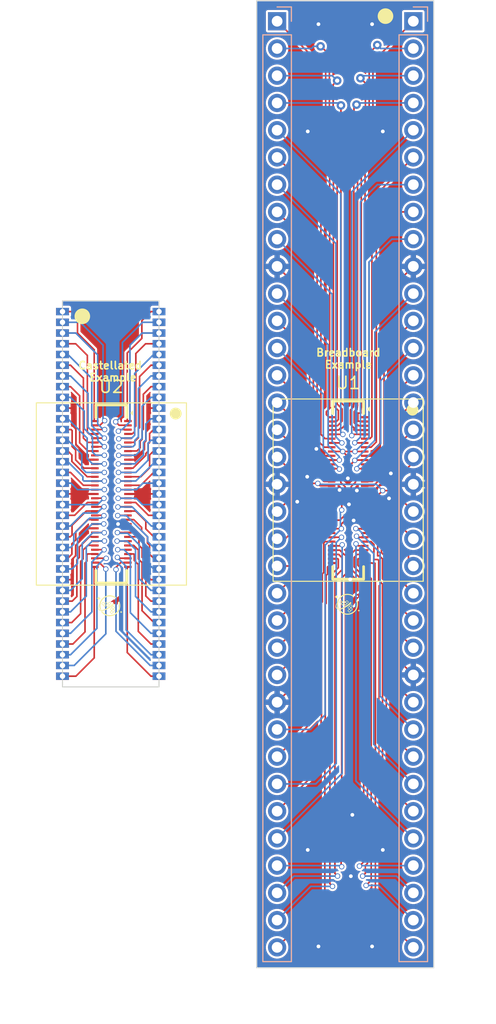
<source format=kicad_pcb>
(kicad_pcb (version 20241229) (generator "pcbnew") (generator_version "9.0")
  (layers (0 "F.Cu" signal) (2 "B.Cu" signal) (13 "F.Paste" user) (15 "B.Paste" user) (5 "F.SilkS" user "F.Silkscreen") (7 "B.SilkS" user "B.Silkscreen") (1 "F.Mask" user) (3 "B.Mask" user) (25 "Edge.Cuts" user))
  (net 0 "")
  (net 1 "Net-(J101-Pin_30)")
  (net 2 "Net-(J101-Pin_21)")
  (net 3 "Net-(J101-Pin_7)")
  (net 4 "Net-(J101-Pin_33)")
  (net 5 "Net-(J101-Pin_29)")
  (net 6 "Net-(J101-Pin_20)")
  (net 7 "Net-(J101-Pin_11)")
  (net 8 "Net-(J101-Pin_19)")
  (net 9 "Net-(J101-Pin_15)")
  (net 10 "Net-(J101-Pin_24)")
  (net 11 "Net-(J101-Pin_28)")
  (net 12 "Net-(J101-Pin_1)")
  (net 13 "Net-(J101-Pin_4)")
  (net 14 "Net-(J101-Pin_32)")
  (net 15 "Net-(J101-Pin_14)")
  (net 16 "Net-(J101-Pin_3)")
  (net 17 "Net-(J101-Pin_31)")
  (net 18 "Net-(J101-Pin_5)")
  (net 19 "Net-(J101-Pin_34)")
  (net 20 "Net-(J101-Pin_13)")
  (net 21 "Net-(J101-Pin_6)")
  (net 22 "Net-(J101-Pin_35)")
  (net 23 "Net-(J101-Pin_2)")
  (net 24 "Net-(J101-Pin_22)")
  (net 25 "Net-(J101-Pin_16)")
  (net 26 "Net-(J101-Pin_12)")
  (net 27 "Net-(J101-Pin_8)")
  (net 28 "Net-(J101-Pin_23)")
  (net 29 "/GND")
  (net 30 "/VDD_CORE")
  (net 31 "/VDD_IO")
  (net 32 "Net-(J103-Pin_2)")
  (net 33 "Net-(J103-Pin_29)")
  (net 34 "Net-(J103-Pin_21)")
  (net 35 "Net-(J103-Pin_35)")
  (net 36 "Net-(J103-Pin_7)")
  (net 37 "Net-(J103-Pin_13)")
  (net 38 "Net-(J103-Pin_22)")
  (net 39 "Net-(J103-Pin_28)")
  (net 40 "Net-(J103-Pin_34)")
  (net 41 "Net-(J103-Pin_12)")
  (net 42 "Net-(J103-Pin_23)")
  (net 43 "Net-(J103-Pin_1)")
  (net 44 "Net-(J103-Pin_32)")
  (net 45 "Net-(J103-Pin_8)")
  (net 46 "Net-(J103-Pin_17)")
  (net 47 "Net-(J103-Pin_4)")
  (net 48 "Net-(J103-Pin_15)")
  (net 49 "Net-(J103-Pin_5)")
  (net 50 "Net-(J103-Pin_30)")
  (net 51 "Net-(J103-Pin_3)")
  (net 52 "Net-(J103-Pin_20)")
  (net 53 "Net-(J103-Pin_31)")
  (net 54 "Net-(J103-Pin_16)")
  (net 55 "Net-(J103-Pin_14)")
  (net 56 "Net-(J103-Pin_6)")
  (net 57 "Net-(J103-Pin_33)")
  (net 58 "Net-(J103-Pin_27)")
  (net 59 "Net-(J103-Pin_26)")
  (net 60 "/PWR_AUX")
  (net 61 "Net-(J104-Pin_28)")
  (net 62 "Net-(J104-Pin_4)")
  (net 63 "Net-(J104-Pin_5)")
  (net 64 "Net-(J104-Pin_35)")
  (net 65 "Net-(J104-Pin_7)")
  (net 66 "Net-(J104-Pin_20)")
  (net 67 "Net-(J104-Pin_31)")
  (net 68 "Net-(J104-Pin_21)")
  (net 69 "Net-(J104-Pin_32)")
  (net 70 "Net-(J104-Pin_15)")
  (net 71 "Net-(J104-Pin_3)")
  (net 72 "Net-(J104-Pin_23)")
  (net 73 "Net-(J104-Pin_13)")
  (net 74 "Net-(J104-Pin_8)")
  (net 75 "Net-(J104-Pin_1)")
  (net 76 "Net-(J104-Pin_22)")
  (net 77 "Net-(J104-Pin_14)")
  (net 78 "Net-(J104-Pin_34)")
  (net 79 "Net-(J104-Pin_6)")
  (net 80 "Net-(J104-Pin_30)")
  (net 81 "Net-(J104-Pin_33)")
  (net 82 "Net-(J104-Pin_12)")
  (net 83 "Net-(J104-Pin_29)")
  (net 84 "Net-(J104-Pin_2)")
  (net 85 "Net-(J104-Pin_16)")
  (net 86 "Net-(J106-Pin_14)")
  (net 87 "Net-(J106-Pin_20)")
  (net 88 "Net-(J106-Pin_22)")
  (net 89 "Net-(J106-Pin_4)")
  (net 90 "Net-(J106-Pin_2)")
  (net 91 "Net-(J106-Pin_30)")
  (net 92 "Net-(J106-Pin_35)")
  (net 93 "Net-(J106-Pin_21)")
  (net 94 "Net-(J106-Pin_29)")
  (net 95 "Net-(J106-Pin_12)")
  (net 96 "Net-(J106-Pin_15)")
  (net 97 "Net-(J106-Pin_7)")
  (net 98 "Net-(J106-Pin_34)")
  (net 99 "Net-(J106-Pin_8)")
  (net 100 "Net-(J106-Pin_31)")
  (net 101 "Net-(J106-Pin_6)")
  (net 102 "Net-(J106-Pin_32)")
  (net 103 "Net-(J106-Pin_33)")
  (net 104 "Net-(J106-Pin_16)")
  (net 105 "Net-(J106-Pin_1)")
  (net 106 "Net-(J106-Pin_5)")
  (net 107 "Net-(J106-Pin_13)")
  (net 108 "Net-(J106-Pin_23)")
  (net 109 "Net-(J106-Pin_3)")
  (net 110 "Net-(J106-Pin_28)")
  (net 111 "Net-(J104-Pin_11)")
  (net 112 "Net-(J104-Pin_24)")
  (net 113 "Net-(J104-Pin_19)")
  (net 114 "Net-(J106-Pin_26)")
  (net 115 "Net-(J106-Pin_17)")
  (net 116 "Net-(J106-Pin_27)")
  (footprint "WaferSpace:P0.40_HC-PBB40C-70DS-0.4V-3.0-02_wscob" (layer "F.Cu") (at 101.69 67.81)
    (property "Reference" "U2")
    (property "Value" "~" (hide yes))
  )
  (footprint "Symbol:waferspace_pin1_silk" (layer "F.Cu") (at 101.596574 78.098292)
    (property "Reference" "G***" (hide yes))
    (property "Value" "LOGO" (hide yes))
  )
  (footprint "Castellations:castellated_1mmx35" (layer "F.Cu") (at 97.13 67.8 -90)
    (property "Reference" "J104")
    (property "Value" "Conn_01x35")
  )
  (footprint "Castellations:castellated_1mmx35" (layer "F.Cu") (at 106.13 67.8 -90)
    (property "Reference" "J106")
    (property "Value" "Conn_01x35")
  )
  (footprint "WaferSpace:P0.40_HC-PBB40C-70DS-0.4V-3.0-02_wscob" (layer "F.Cu") (at 123.77 67.45)
    (property "Reference" "U1")
    (property "Value" "~" (hide yes))
  )
  (footprint "Symbol:waferspace_pin1_silk" (layer "F.Cu") (at 123.76 77.96)
    (property "Reference" "G***" (hide yes))
    (property "Value" "LOGO" (hide yes))
  )
  (footprint "Connector_PinHeader_2.54mm:PinHeader_1x35_P2.54mm_Vertical" (layer "B.Cu") (at 117.145 23.725 180)
    (property "Reference" "J101" (hide yes))
    (property "Value" "Conn_01x35")
  )
  (footprint "Connector_PinHeader_2.54mm:PinHeader_1x35_P2.54mm_Vertical" (layer "B.Cu") (at 129.845 23.725 180)
    (property "Reference" "J103" (hide yes))
    (property "Value" "Conn_01x35")
  )
  (gr_circle (center 98.98 51.24) (end 99.47 51.67) (stroke (width 0.15)) (fill yes) (layer "F.SilkS"))
  (gr_circle (center 127.25 23.25) (end 127.74 23.68) (stroke (width 0.15)) (fill yes) (layer "F.SilkS"))
  (gr_rect (start 97.13 49.8) (end 106.13 85.8) (stroke (width 0.1)) (fill no) (layer "Edge.Cuts"))
  (gr_rect (start 115.24 21.82) (end 131.75 111.99) (stroke (width 0.1)) (fill no) (layer "Edge.Cuts"))
  (gr_text "Breadboard\nExample" (at 123.79 56.16 0) (layer "F.SilkS") (effects (font (size 0.7 0.7)) (justify bottom)))
  (gr_text "Castellated \nExample" (at 101.84 57.36 0) (layer "F.SilkS") (effects (font (size 0.7 0.7)) (justify bottom)))
  (segment (start 121.365 75.259821) (end 121.365 77.859872) (width 0.15) (layer "F.Cu") (net 1))
  (segment (start 121.285 77.939872) (end 121.285 88.659974) (width 0.15) (layer "F.Cu") (net 1))
  (segment (start 121.245 88.699975) (end 121.245 93.285) (width 0.15) (layer "F.Cu") (net 1))
  (segment (start 121.285 88.659974) (end 121.245 88.699975) (width 0.15) (layer "F.Cu") (net 1))
  (segment (start 121.365 77.859872) (end 121.285 77.939872) (width 0.15) (layer "F.Cu") (net 1))
  (segment (start 122.225 72.245) (end 121.623 72.245) (width 0.15) (layer "F.Cu") (net 1))
  (segment (start 121.495 75.129821) (end 121.365 75.259821) (width 0.15) (layer "F.Cu") (net 1))
  (segment (start 121.245 93.285) (end 117.145 97.385) (width 0.15) (layer "F.Cu") (net 1))
  (segment (start 121.495 72.373) (end 121.495 75.129821) (width 0.15) (layer "F.Cu") (net 1))
  (segment (start 121.623 72.245) (end 121.495 72.373) (width 0.15) (layer "F.Cu") (net 1))
  (segment (start 118.635 74.525) (end 117.145 74.525) (width 0.15) (layer "F.Cu") (net 2))
  (segment (start 120.525 68.645) (end 119.045 70.125) (width 0.15) (layer "F.Cu") (net 2))
  (segment (start 122.225 68.645) (end 120.525 68.645) (width 0.15) (layer "F.Cu") (net 2))
  (segment (start 119.045 74.115) (end 118.635 74.525) (width 0.15) (layer "F.Cu") (net 2))
  (segment (start 119.045 70.125) (end 119.045 74.115) (width 0.15) (layer "F.Cu") (net 2))
  (segment (start 122.225 63.045) (end 123.185 63.045) (width 0.15) (layer "F.Cu") (net 3))
  (via (at 123.185 63.045) (size 0.5) (drill 0.35) (layers "F.Cu" "B.Cu") (net 3))
  (segment (start 122.625 62.485) (end 122.625 44.445) (width 0.15) (layer "B.Cu") (net 3))
  (segment (start 122.625 44.445) (end 117.145 38.965) (width 0.15) (layer "B.Cu") (net 3))
  (segment (start 123.185 63.045) (end 122.625 62.485) (width 0.15) (layer "B.Cu") (net 3))
  (segment (start 122.535 75.535) (end 122.535 103.195) (width 0.15) (layer "F.Cu") (net 4))
  (segment (start 123.203 73.757974) (end 123.203 74.867) (width 0.15) (layer "F.Cu") (net 4))
  (segment (start 122.535 103.195) (end 122.78 103.44) (width 0.15) (layer "F.Cu") (net 4))
  (segment (start 122.890026 73.445) (end 123.203 73.757974) (width 0.15) (layer "F.Cu") (net 4))
  (segment (start 123.203 74.867) (end 122.535 75.535) (width 0.15) (layer "F.Cu") (net 4))
  (segment (start 122.225 73.445) (end 122.890026 73.445) (width 0.15) (layer "F.Cu") (net 4))
  (via (at 122.78 103.44) (size 0.5) (drill 0.35) (layers "F.Cu" "B.Cu") (net 4))
  (segment (start 118.71 103.44) (end 122.78 103.44) (width 0.15) (layer "B.Cu") (net 4))
  (segment (start 117.145 105.005) (end 118.71 103.44) (width 0.15) (layer "B.Cu") (net 4))
  (segment (start 122.225 71.845) (end 123.145 71.845) (width 0.15) (layer "F.Cu") (net 5))
  (via (at 123.145 71.845) (size 0.5) (drill 0.35) (layers "F.Cu" "B.Cu") (net 5))
  (segment (start 122.655 72.335) (end 122.655 92.935) (width 0.15) (layer "B.Cu") (net 5))
  (segment (start 123.145 71.845) (end 122.655 72.335) (width 0.15) (layer "B.Cu") (net 5))
  (segment (start 122.655 92.935) (end 120.745 94.845) (width 0.15) (layer "B.Cu") (net 5))
  (segment (start 120.745 94.845) (end 117.145 94.845) (width 0.15) (layer "B.Cu") (net 5))
  (segment (start 118.515 71.375) (end 118.515 69.935) (width 0.15) (layer "F.Cu") (net 6))
  (segment (start 118.515 69.935) (end 120.205 68.245) (width 0.15) (layer "F.Cu") (net 6))
  (segment (start 117.905 71.985) (end 118.515 71.375) (width 0.15) (layer "F.Cu") (net 6))
  (segment (start 117.145 71.985) (end 117.905 71.985) (width 0.15) (layer "F.Cu") (net 6))
  (segment (start 120.205 68.245) (end 122.225 68.245) (width 0.15) (layer "F.Cu") (net 6))
  (segment (start 122.944413 64.645) (end 122.946 64.646587) (width 0.15) (layer "F.Cu") (net 7))
  (segment (start 122.225 64.645) (end 122.944413 64.645) (width 0.15) (layer "F.Cu") (net 7))
  (via (at 122.946 64.646587) (size 0.5) (drill 0.35) (layers "F.Cu" "B.Cu") (net 7))
  (segment (start 121.905 53.885) (end 121.905 63.295) (width 0.15) (layer "B.Cu") (net 7))
  (segment (start 121.905 63.295) (end 122.946 64.336) (width 0.15) (layer "B.Cu") (net 7))
  (segment (start 117.145 49.125) (end 121.905 53.885) (width 0.15) (layer "B.Cu") (net 7))
  (segment (start 122.946 64.336) (end 122.946 64.646587) (width 0.15) (layer "B.Cu") (net 7))
  (segment (start 117.145 69.445) (end 118.745 67.845) (width 0.15) (layer "F.Cu") (net 8))
  (segment (start 118.745 67.845) (end 122.225 67.845) (width 0.15) (layer "F.Cu") (net 8))
  (segment (start 121.323561 65.894) (end 121.674561 66.245) (width 0.15) (layer "F.Cu") (net 9))
  (segment (start 119.474 61.614) (end 119.474 64.287363) (width 0.15) (layer "F.Cu") (net 9))
  (segment (start 117.145 59.285) (end 119.474 61.614) (width 0.15) (layer "F.Cu") (net 9))
  (segment (start 121.080637 65.894) (end 121.323561 65.894) (width 0.15) (layer "F.Cu") (net 9))
  (segment (start 121.674561 66.245) (end 122.225 66.245) (width 0.15) (layer "F.Cu") (net 9))
  (segment (start 119.474 64.287363) (end 121.080637 65.894) (width 0.15) (layer "F.Cu") (net 9))
  (segment (start 119.965 74.679923) (end 119.965 77.279974) (width 0.15) (layer "F.Cu") (net 10))
  (segment (start 119.875 79.415) (end 117.145 82.145) (width 0.15) (layer "F.Cu") (net 10))
  (segment (start 121.409974 69.845) (end 120.095 71.159974) (width 0.15) (layer "F.Cu") (net 10))
  (segment (start 120.095 71.159974) (end 120.095 74.549923) (width 0.15) (layer "F.Cu") (net 10))
  (segment (start 122.225 69.845) (end 121.409974 69.845) (width 0.15) (layer "F.Cu") (net 10))
  (segment (start 119.875 77.369975) (end 119.875 79.415) (width 0.15) (layer "F.Cu") (net 10))
  (segment (start 120.095 74.549923) (end 119.965 74.679923) (width 0.15) (layer "F.Cu") (net 10))
  (segment (start 119.965 77.279974) (end 119.875 77.369975) (width 0.15) (layer "F.Cu") (net 10))
  (segment (start 121.015 77.714898) (end 120.935 77.794898) (width 0.15) (layer "F.Cu") (net 11))
  (segment (start 121.145 71.665) (end 121.145 74.984846) (width 0.15) (layer "F.Cu") (net 11))
  (segment (start 120.935 77.794898) (end 120.935 88.515) (width 0.15) (layer "F.Cu") (net 11))
  (segment (start 120.935 88.515) (end 117.145 92.305) (width 0.15) (layer "F.Cu") (net 11))
  (segment (start 121.015 75.114847) (end 121.015 77.714898) (width 0.15) (layer "F.Cu") (net 11))
  (segment (start 121.145 74.984846) (end 121.015 75.114847) (width 0.15) (layer "F.Cu") (net 11))
  (segment (start 122.225 71.445) (end 121.365 71.445) (width 0.15) (layer "F.Cu") (net 11))
  (segment (start 121.365 71.445) (end 121.145 71.665) (width 0.15) (layer "F.Cu") (net 11))
  (segment (start 122.044 32.540667) (end 121.67 32.166667) (width 0.15) (layer "F.Cu") (net 12))
  (segment (start 121.67 32.166667) (end 121.67 28.25) (width 0.15) (layer "F.Cu") (net 12))
  (segment (start 121.735 60.405) (end 121.735 60.135052) (width 0.15) (layer "F.Cu") (net 12))
  (segment (start 122.225 60.645) (end 121.975 60.645) (width 0.15) (layer "F.Cu") (net 12))
  (segment (start 121.975 60.645) (end 121.735 60.405) (width 0.15) (layer "F.Cu") (net 12))
  (segment (start 122.101832 59.76822) (end 122.044 59.710388) (width 0.15) (layer "F.Cu") (net 12))
  (segment (start 122.044 59.710388) (end 122.044 32.540667) (width 0.15) (layer "F.Cu") (net 12))
  (segment (start 121.735 60.135052) (end 122.101832 59.76822) (width 0.15) (layer "F.Cu") (net 12))
  (segment (start 121.67 28.25) (end 117.145 23.725) (width 0.15) (layer "F.Cu") (net 12))
  (segment (start 123.036827 61.68) (end 123.181949 61.68) (width 0.15) (layer "F.Cu") (net 13))
  (segment (start 122.225 61.845) (end 122.871827 61.845) (width 0.15) (layer "F.Cu") (net 13))
  (segment (start 122.871827 61.845) (end 123.036827 61.68) (width 0.15) (layer "F.Cu") (net 13))
  (segment (start 123.555 59.735051) (end 123.095 59.275051) (width 0.15) (layer "F.Cu") (net 13))
  (segment (start 123.181949 61.68) (end 123.555 61.306949) (width 0.15) (layer "F.Cu") (net 13))
  (segment (start 123.095 59.275051) (end 123.095 31.575) (width 0.15) (layer "F.Cu") (net 13))
  (segment (start 123.555 61.306949) (end 123.555 59.735051) (width 0.15) (layer "F.Cu") (net 13))
  (via (at 123.095 31.575) (size 0.8) (drill 0.4) (layers "F.Cu" "B.Cu") (net 13))
  (segment (start 117.145 31.345) (end 122.865 31.345) (width 0.15) (layer "B.Cu") (net 13))
  (segment (start 122.865 31.345) (end 123.095 31.575) (width 0.15) (layer "B.Cu") (net 13))
  (segment (start 122.225 73.045) (end 122.985 73.045) (width 0.15) (layer "F.Cu") (net 14))
  (segment (start 123.553 75.257) (end 123.165 75.645) (width 0.15) (layer "F.Cu") (net 14))
  (segment (start 123.553 73.578222) (end 123.553 75.257) (width 0.15) (layer "F.Cu") (net 14))
  (segment (start 123.115 102.515) (end 123.165 102.565) (width 0.15) (layer "F.Cu") (net 14))
  (segment (start 122.985 73.045) (end 123.395 73.455) (width 0.15) (layer "F.Cu") (net 14))
  (segment (start 123.165 101.535) (end 123.115 101.585) (width 0.15) (layer "F.Cu") (net 14))
  (segment (start 123.165 75.645) (end 123.165 101.535) (width 0.15) (layer "F.Cu") (net 14))
  (segment (start 123.41239 73.437611) (end 123.553 73.578222) (width 0.15) (layer "F.Cu") (net 14))
  (segment (start 123.115 101.585) (end 123.115 102.515) (width 0.15) (layer "F.Cu") (net 14))
  (via (at 123.165 102.565) (size 0.5) (drill 0.35) (layers "F.Cu" "B.Cu") (net 14))
  (segment (start 123.065 102.465) (end 117.145 102.465) (width 0.15) (layer "B.Cu") (net 14))
  (segment (start 123.165 102.565) (end 123.065 102.465) (width 0.15) (layer "B.Cu") (net 14))
  (segment (start 121.227026 65.544) (end 119.825 64.141974) (width 0.15) (layer "F.Cu") (net 15))
  (segment (start 119.825 64.141974) (end 119.825 59.425) (width 0.15) (layer "F.Cu") (net 15))
  (segment (start 119.825 59.425) (end 117.145 56.745) (width 0.15) (layer "F.Cu") (net 15))
  (segment (start 121.769535 65.845) (end 121.468535 65.544) (width 0.15) (layer "F.Cu") (net 15))
  (segment (start 122.225 65.845) (end 121.769535 65.845) (width 0.15) (layer "F.Cu") (net 15))
  (segment (start 121.468535 65.544) (end 121.227026 65.544) (width 0.15) (layer "F.Cu") (net 15))
  (segment (start 122.745 32.250305) (end 122.37 31.875305) (width 0.15) (layer "F.Cu") (net 16))
  (segment (start 122.225 61.445) (end 122.776852 61.445) (width 0.15) (layer "F.Cu") (net 16))
  (segment (start 123.205 61.016852) (end 123.205 59.880026) (width 0.15) (layer "F.Cu") (net 16))
  (segment (start 122.745 59.420025) (end 122.745 32.250305) (width 0.15) (layer "F.Cu") (net 16))
  (segment (start 122.776852 61.445) (end 123.205 61.016852) (width 0.15) (layer "F.Cu") (net 16))
  (segment (start 122.37 29.64) (end 122.745 29.265) (width 0.15) (layer "F.Cu") (net 16))
  (segment (start 122.37 31.875305) (end 122.37 29.64) (width 0.15) (layer "F.Cu") (net 16))
  (segment (start 123.205 59.880026) (end 122.745 59.420025) (width 0.15) (layer "F.Cu") (net 16))
  (via (at 122.745 29.265) (size 0.8) (drill 0.4) (layers "F.Cu" "B.Cu") (net 16))
  (segment (start 117.145 28.805) (end 122.285 28.805) (width 0.15) (layer "B.Cu") (net 16))
  (segment (start 122.285 28.805) (end 122.745 29.265) (width 0.15) (layer "B.Cu") (net 16))
  (segment (start 123.115 72.645) (end 123.21 72.55) (width 0.15) (layer "F.Cu") (net 17))
  (segment (start 122.225 72.645) (end 123.115 72.645) (width 0.15) (layer "F.Cu") (net 17))
  (via (at 123.21 72.55) (size 0.5) (drill 0.35) (layers "F.Cu" "B.Cu") (net 17))
  (segment (start 123.21 93.86) (end 123.21 72.55) (width 0.15) (layer "B.Cu") (net 17))
  (segment (start 117.145 99.925) (end 123.21 93.86) (width 0.15) (layer "B.Cu") (net 17))
  (segment (start 122.225 62.245) (end 123.265 62.245) (width 0.15) (layer "F.Cu") (net 18))
  (segment (start 123.265 62.245) (end 123.275 62.255) (width 0.15) (layer "F.Cu") (net 18))
  (via (at 123.275 62.255) (size 0.5) (drill 0.35) (layers "F.Cu" "B.Cu") (net 18))
  (segment (start 123.075 39.815) (end 117.145 33.885) (width 0.15) (layer "B.Cu") (net 18))
  (segment (start 123.275 62.255) (end 123.075 62.055) (width 0.15) (layer "B.Cu") (net 18))
  (segment (start 123.075 62.055) (end 123.075 39.815) (width 0.15) (layer "B.Cu") (net 18))
  (segment (start 122.065 104.155) (end 122.31 104.4) (width 0.15) (layer "F.Cu") (net 19))
  (segment (start 122.065 75.54977) (end 122.065 104.155) (width 0.15) (layer "F.Cu") (net 19))
  (segment (start 122.851 74.679) (end 122.195 75.335) (width 0.15) (layer "F.Cu") (net 19))
  (segment (start 122.225 73.845) (end 122.795052 73.845) (width 0.15) (layer "F.Cu") (net 19))
  (segment (start 122.195 75.41977) (end 122.065 75.54977) (width 0.15) (layer "F.Cu") (net 19))
  (segment (start 122.851 73.900948) (end 122.851 74.679) (width 0.15) (layer "F.Cu") (net 19))
  (segment (start 122.195 75.335) (end 122.195 75.41977) (width 0.15) (layer "F.Cu") (net 19))
  (segment (start 122.795052 73.845) (end 122.851 73.900948) (width 0.15) (layer "F.Cu") (net 19))
  (via (at 122.31 104.4) (size 0.5) (drill 0.35) (layers "F.Cu" "B.Cu") (net 19))
  (segment (start 117.145 107.545) (end 120.29 104.4) (width 0.15) (layer "B.Cu") (net 19))
  (segment (start 120.29 104.4) (end 122.31 104.4) (width 0.15) (layer "B.Cu") (net 19))
  (segment (start 122.909174 65.445) (end 122.950228 65.486054) (width 0.15) (layer "F.Cu") (net 20))
  (segment (start 122.225 65.445) (end 122.909174 65.445) (width 0.15) (layer "F.Cu") (net 20))
  (via (at 122.950228 65.486054) (size 0.5) (drill 0.35) (layers "F.Cu" "B.Cu") (net 20))
  (segment (start 122.905 65.355) (end 122.905 65.440826) (width 0.15) (layer "B.Cu") (net 20))
  (segment (start 121.455 58.515) (end 121.455 63.685) (width 0.15) (layer "B.Cu") (net 20))
  (segment (start 122.905 65.440826) (end 122.950228 65.486054) (width 0.15) (layer "B.Cu") (net 20))
  (segment (start 122.371 64.601) (end 122.371 64.821) (width 0.15) (layer "B.Cu") (net 20))
  (segment (start 122.371 64.821) (end 122.905 65.355) (width 0.15) (layer "B.Cu") (net 20))
  (segment (start 121.455 63.685) (end 122.371 64.601) (width 0.15) (layer "B.Cu") (net 20))
  (segment (start 117.145 54.205) (end 121.455 58.515) (width 0.15) (layer "B.Cu") (net 20))
  (segment (start 121.623 62.645) (end 121.224997 62.246997) (width 0.15) (layer "F.Cu") (net 21))
  (segment (start 121.224997 62.246997) (end 121.224997 40.504997) (width 0.15) (layer "F.Cu") (net 21))
  (segment (start 122.225 62.645) (end 121.623 62.645) (width 0.15) (layer "F.Cu") (net 21))
  (segment (start 121.224997 40.504997) (end 117.145 36.425) (width 0.15) (layer "F.Cu") (net 21))
  (segment (start 121.635 88.804949) (end 121.595 88.844949) (width 0.15) (layer "F.Cu") (net 22))
  (segment (start 121.845 75.274795) (end 121.715 75.404796) (width 0.15) (layer "F.Cu") (net 22))
  (segment (start 122.225 74.245) (end 121.845 74.625) (width 0.15) (layer "F.Cu") (net 22))
  (segment (start 121.595 105.635) (end 117.145 110.085) (width 0.15) (layer "F.Cu") (net 22))
  (segment (start 121.635002 88.804944) (end 121.635 88.804949) (width 0.15) (layer "F.Cu") (net 22))
  (segment (start 121.595 88.844949) (end 121.595 105.635) (width 0.15) (layer "F.Cu") (net 22))
  (segment (start 121.715 78.004846) (end 121.635 78.084846) (width 0.15) (layer "F.Cu") (net 22))
  (segment (start 121.635 78.084846) (end 121.635 88.65997) (width 0.15) (layer "F.Cu") (net 22))
  (segment (start 121.845 74.625) (end 121.845 75.274795) (width 0.15) (layer "F.Cu") (net 22))
  (segment (start 121.635 88.65997) (end 121.635002 88.804944) (width 0.15) (layer "F.Cu") (net 22))
  (segment (start 121.715 75.404796) (end 121.715 78.004846) (width 0.15) (layer "F.Cu") (net 22))
  (segment (start 122.02 26.85) (end 121.235 26.065) (width 0.15) (layer "F.Cu") (net 23))
  (segment (start 122.394 32.395693) (end 122.02 32.021693) (width 0.15) (layer "F.Cu") (net 23))
  (segment (start 122.851 60.029) (end 122.854 60.026) (width 0.15) (layer "F.Cu") (net 23))
  (segment (start 122.394 59.565413) (end 122.394 32.395693) (width 0.15) (layer "F.Cu") (net 23))
  (segment (start 122.680464 61.045) (end 122.851 60.874464) (width 0.15) (layer "F.Cu") (net 23))
  (segment (start 122.854 60.025415) (end 122.394 59.565413) (width 0.15) (layer "F.Cu") (net 23))
  (segment (start 122.225 61.045) (end 122.680464 61.045) (width 0.15) (layer "F.Cu") (net 23))
  (segment (start 122.851 60.874464) (end 122.851 60.029) (width 0.15) (layer "F.Cu") (net 23))
  (segment (start 121.235 26.065) (end 121.195 26.065) (width 0.15) (layer "F.Cu") (net 23))
  (segment (start 122.854 60.026) (end 122.854 60.025415) (width 0.15) (layer "F.Cu") (net 23))
  (segment (start 122.02 32.021693) (end 122.02 26.85) (width 0.15) (layer "F.Cu") (net 23))
  (via (at 121.195 26.065) (size 0.8) (drill 0.4) (layers "F.Cu" "B.Cu") (net 23))
  (segment (start 121.195 26.065) (end 120.545 26.065) (width 0.15) (layer "B.Cu") (net 23))
  (segment (start 120.545 26.065) (end 120.345 26.265) (width 0.15) (layer "B.Cu") (net 23))
  (segment (start 120.345 26.265) (end 117.145 26.265) (width 0.15) (layer "B.Cu") (net 23))
  (segment (start 120.915 69.045) (end 119.395 70.565) (width 0.15) (layer "F.Cu") (net 24))
  (segment (start 119.165 74.489974) (end 119.165 75.045) (width 0.15) (layer "F.Cu") (net 24))
  (segment (start 119.395 74.259974) (end 119.165 74.489974) (width 0.15) (layer "F.Cu") (net 24))
  (segment (start 122.225 69.045) (end 120.915 69.045) (width 0.15) (layer "F.Cu") (net 24))
  (segment (start 119.165 75.045) (end 117.145 77.065) (width 0.15) (layer "F.Cu") (net 24))
  (segment (start 119.395 70.565) (end 119.395 74.259974) (width 0.15) (layer "F.Cu") (net 24))
  (segment (start 120.936664 66.245) (end 121.115 66.245) (width 0.15) (layer "F.Cu") (net 25))
  (segment (start 119.075 63.755) (end 119.075 64.383336) (width 0.15) (layer "F.Cu") (net 25))
  (segment (start 119.075 64.383336) (end 120.936664 66.245) (width 0.15) (layer "F.Cu") (net 25))
  (segment (start 121.115 66.245) (end 121.515 66.645) (width 0.15) (layer "F.Cu") (net 25))
  (segment (start 117.145 61.825) (end 119.075 63.755) (width 0.15) (layer "F.Cu") (net 25))
  (segment (start 121.515 66.645) (end 122.225 66.645) (width 0.15) (layer "F.Cu") (net 25))
  (segment (start 122.225 65.045) (end 121.265 65.045) (width 0.15) (layer "F.Cu") (net 26))
  (segment (start 120.175 63.955) (end 120.175 54.695) (width 0.15) (layer "F.Cu") (net 26))
  (segment (start 120.175 54.695) (end 117.145 51.665) (width 0.15) (layer "F.Cu") (net 26))
  (segment (start 121.265 65.045) (end 120.175 63.955) (width 0.15) (layer "F.Cu") (net 26))
  (segment (start 120.874998 45.234998) (end 117.145 41.505) (width 0.15) (layer "F.Cu") (net 27))
  (segment (start 122.225 63.445) (end 121.545 63.445) (width 0.15) (layer "F.Cu") (net 27))
  (segment (start 120.874998 62.774998) (end 120.874998 45.234998) (width 0.15) (layer "F.Cu") (net 27))
  (segment (start 121.545 63.445) (end 120.874998 62.774998) (width 0.15) (layer "F.Cu") (net 27))
  (segment (start 119.615 74.534949) (end 119.615 77.135) (width 0.15) (layer "F.Cu") (net 28))
  (segment (start 119.745 71.015) (end 119.745 74.404948) (width 0.15) (layer "F.Cu") (net 28))
  (segment (start 119.745 74.404948) (end 119.615 74.534949) (width 0.15) (layer "F.Cu") (net 28))
  (segment (start 119.615 77.135) (end 117.145 79.605) (width 0.15) (layer "F.Cu") (net 28))
  (segment (start 121.315 69.445) (end 119.745 71.015) (width 0.15) (layer "F.Cu") (net 28))
  (segment (start 122.225 69.445) (end 121.315 69.445) (width 0.15) (layer "F.Cu") (net 28))
  (segment (start 100.09 71) (end 99.488 71) (width 0.15) (layer "F.Cu") (net 29))
  (segment (start 126.745 63.305) (end 126.745 49.685) (width 0.15) (layer "F.Cu") (net 29))
  (segment (start 98.356 72.599026) (end 98.356 73.570975) (width 0.15) (layer "F.Cu") (net 29))
  (segment (start 104.904 62.029025) (end 105.02 61.913025) (width 0.15) (layer "F.Cu") (net 29))
  (segment (start 122.225 64.245) (end 121.445 64.245) (width 0.15) (layer "F.Cu") (net 29))
  (segment (start 120.665 74.969872) (end 120.665 77.569923) (width 0.15) (layer "F.Cu") (net 29))
  (segment (start 128.093001 75.851742) (end 128.093001 76.233232) (width 0.15) (layer "F.Cu") (net 29))
  (segment (start 128.025 76.302647) (end 128.019 76.308647) (width 0.15) (layer "F.Cu") (net 29))
  (segment (start 128.025 75.78374) (end 128.093001 75.851742) (width 0.15) (layer "F.Cu") (net 29))
  (segment (start 127.122998 71.978897) (end 127.123012 71.978911) (width 0.15) (layer "F.Cu") (net 29))
  (segment (start 127.225002 73.127541) (end 127.695067 73.597606) (width 0.15) (layer "F.Cu") (net 29))
  (segment (start 127.669 73.623673) (end 127.669 75.426327) (width 0.15) (layer "F.Cu") (net 29))
  (segment (start 98.12 73.806975) (end 98.12 75.56) (width 0.15) (layer "F.Cu") (net 29))
  (segment (start 99.06 64.6) (end 98.706 64.246) (width 0.15) (layer "F.Cu") (net 29))
  (segment (start 97.88 75.8) (end 97.13 75.8) (width 0.15) (layer "F.Cu") (net 29))
  (segment (start 121.605 70.645) (end 120.795 71.455) (width 0.15) (layer "F.Cu") (net 29))
  (segment (start 127.225002 73.096129) (end 127.225002 73.127541) (width 0.15) (layer "F.Cu") (net 29))
  (segment (start 105.02 61.913025) (end 105.02 60.16) (width 0.15) (layer "F.Cu") (net 29))
  (segment (start 103.17 67.8) (end 106.13 67.8) (width 0.15) (layer "F.Cu") (net 29))
  (segment (start 120.795 71.455) (end 120.795 74.839872) (width 0.15) (layer "F.Cu") (net 29))
  (segment (start 126.745 49.685) (end 129.845 46.585) (width 0.15) (layer "F.Cu") (net 29))
  (segment (start 128.025 82.865) (end 129.845 84.685) (width 0.15) (layer "F.Cu") (net 29))
  (segment (start 128.642919 66.905) (end 129.845 66.905) (width 0.15) (layer "F.Cu") (net 29))
  (segment (start 98.356 73.570975) (end 98.12 73.806975) (width 0.15) (layer "F.Cu") (net 29))
  (segment (start 128.093001 76.233232) (end 128.025 76.301233) (width 0.15) (layer "F.Cu") (net 29))
  (segment (start 104.77 62.993362) (end 104.904 62.859362) (width 0.15) (layer "F.Cu") (net 29))
  (segment (start 105.02 60.16) (end 105.38 59.8) (width 0.15) (layer "F.Cu") (net 29))
  (segment (start 103.838051 64.6) (end 104.77 63.668051) (width 0.15) (layer "F.Cu") (net 29))
  (segment (start 126.09412 70.245) (end 127.123 71.27388) (width 0.15) (layer "F.Cu") (net 29))
  (segment (start 122.23 67.45) (end 122.95326 67.45) (width 0.15) (layer "F.Cu") (net 29))
  (segment (start 98.706 64.246) (end 98.706 63.566) (width 0.15) (layer "F.Cu") (net 29))
  (segment (start 97.13 67.8) (end 100.09 67.8) (width 0.15) (layer "F.Cu") (net 29))
  (segment (start 125.805 64.245) (end 126.745 63.305) (width 0.15) (layer "F.Cu") (net 29))
  (segment (start 118.255 66.905) (end 118.795 67.445) (width 0.15) (layer "F.Cu") (net 29))
  (segment (start 117.145 66.905) (end 118.255 66.905) (width 0.15) (layer "F.Cu") (net 29))
  (segment (start 104.904 62.859362) (end 104.904 62.029025) (width 0.15) (layer "F.Cu") (net 29))
  (segment (start 127.695067 73.597606) (end 127.669 73.623673) (width 0.15) (layer "F.Cu") (net 29))
  (segment (start 103.17 70.6) (end 102.32 70.6) (width 0.15) (layer "F.Cu") (net 29))
  (segment (start 127.123012 71.978911) (end 127.123012 71.978915) (width 0.15) (layer "F.Cu") (net 29))
  (segment (start 120.525 49.965) (end 117.145 46.585) (width 0.15) (layer "F.Cu") (net 29))
  (segment (start 124.614995 67.45) (end 124.579995 67.485) (width 0.15) (layer "F.Cu") (net 29))
  (segment (start 125.305 70.245) (end 126.09412 70.245) (width 0.15) (layer "F.Cu") (net 29))
  (segment (start 126.221827 67.445) (end 126.746827 66.92) (width 0.15) (layer "F.Cu") (net 29))
  (segment (start 125.305 67.445) (end 126.221827 67.445) (width 0.15) (layer "F.Cu") (net 29))
  (segment (start 122.95326 67.45) (end 122.968282 67.434978) (width 0.15) (layer "F.Cu") (net 29))
  (segment (start 126.746827 66.92) (end 128.627919 66.92) (width 0.15) (layer "F.Cu") (net 29))
  (segment (start 104.77 63.668051) (end 104.77 62.993362) (width 0.15) (layer "F.Cu") (net 29))
  (segment (start 98.38 63.24) (end 98.38 60.3) (width 0.15) (layer "F.Cu") (net 29))
  (segment (start 128.019 76.308647) (end 128.019 77.821351) (width 0.15) (layer "F.Cu") (net 29))
  (segment (start 98.706 63.566) (end 98.38 63.24) (width 0.15) (layer "F.Cu") (net 29))
  (segment (start 118.795 67.445) (end 122.225 67.445) (width 0.15) (layer "F.Cu") (net 29))
  (segment (start 97.88 59.8) (end 97.13 59.8) (width 0.15) (layer "F.Cu") (net 29))
  (segment (start 128.627919 66.92) (end 128.642919 66.905) (width 0.15) (layer "F.Cu") (net 29))
  (segment (start 98.12 75.56) (end 97.88 75.8) (width 0.15) (layer "F.Cu") (net 29))
  (segment (start 120.585 77.649924) (end 120.585 83.785) (width 0.15) (layer "F.Cu") (net 29))
  (segment (start 122.225 70.645) (end 121.605 70.645) (width 0.15) (layer "F.Cu") (net 29))
  (segment (start 120.665 77.569923) (end 120.585 77.649924) (width 0.15) (layer "F.Cu") (net 29))
  (segment (start 120.805 63.605) (end 120.525 63.325) (width 0.15) (layer "F.Cu") (net 29))
  (segment (start 127.223003 73.09413) (end 127.225002 73.096129) (width 0.15) (layer "F.Cu") (net 29))
  (segment (start 99.488 71) (end 98.81 71.678) (width 0.15) (layer "F.Cu") (net 29))
  (segment (start 125.31 67.45) (end 124.614995 67.45) (width 0.15) (layer "F.Cu") (net 29))
  (segment (start 128.025 77.827355) (end 128.025 82.865) (width 0.15) (layer "F.Cu") (net 29))
  (segment (start 121.445 64.245) (end 120.805 63.605) (width 0.15) (layer "F.Cu") (net 29))
  (segment (start 125.305 64.245) (end 125.805 64.245) (width 0.15) (layer "F.Cu") (net 29))
  (segment (start 98.38 60.3) (end 97.88 59.8) (width 0.15) (layer "F.Cu") (net 29))
  (segment (start 103.17 64.6) (end 103.838051 64.6) (width 0.15) (layer "F.Cu") (net 29))
  (segment (start 127.223004 72.078912) (end 127.223003 73.09413) (width 0.15) (layer "F.Cu") (net 29))
  (segment (start 128.025 75.782327) (end 128.025 75.78374) (width 0.15) (layer "F.Cu") (net 29))
  (segment (start 120.525 63.325) (end 120.525 49.965) (width 0.15) (layer "F.Cu") (net 29))
  (segment (start 128.019 77.821351) (end 128.025 77.827355) (width 0.15) (layer "F.Cu") (net 29))
  (segment (start 127.669 75.426327) (end 128.025 75.782327) (width 0.15) (layer "F.Cu") (net 29))
  (segment (start 120.585 83.785) (end 117.145 87.225) (width 0.15) (layer "F.Cu") (net 29))
  (segment (start 128.025 76.301233) (end 128.025 76.302647) (width 0.15) (layer "F.Cu") (net 29))
  (segment (start 100.09 64.6) (end 99.06 64.6) (width 0.15) (layer "F.Cu") (net 29))
  (segment (start 127.123012 71.978915) (end 127.223004 72.078912) (width 0.15) (layer "F.Cu") (net 29))
  (segment (start 98.81 71.678) (end 98.81 72.145026) (width 0.15) (layer "F.Cu") (net 29))
  (segment (start 120.795 74.839872) (end 120.665 74.969872) (width 0.15) (layer "F.Cu") (net 29))
  (segment (start 105.38 59.8) (end 106.13 59.8) (width 0.15) (layer "F.Cu") (net 29))
  (segment (start 102.32 70.6) (end 102.31 70.61) (width 0.15) (layer "F.Cu") (net 29))
  (segment (start 98.81 72.145026) (end 98.356 72.599026) (width 0.15) (layer "F.Cu") (net 29))
  (segment (start 127.123 71.27388) (end 127.122998 71.978897) (width 0.15) (layer "F.Cu") (net 29))
  (via (at 119.95 66.2) (size 0.5) (drill 0.35) (layers "F.Cu" "B.Cu") (net 29))
  (via (at 124.16 97.73) (size 0.5) (drill 0.35) (layers "F.Cu" "B.Cu") (net 29))
  (via (at 124.02 103.45) (size 0.5) (drill 0.35) (layers "F.Cu" "B.Cu") (net 29))
  (via (at 124.579995 67.485) (size 0.5) (drill 0.35) (layers "F.Cu" "B.Cu") (net 29))
  (via (at 123.843413 68.776587) (size 0.5) (drill 0.35) (layers "F.Cu" "B.Cu") (net 29))
  (via (at 122.968282 67.434978) (size 0.5) (drill 0.35) (layers "F.Cu" "B.Cu") (net 29))
  (via (at 120 34) (size 0.5) (drill 0.35) (layers "F.Cu" "B.Cu") (net 29))
  (via (at 120 101) (size 0.5) (drill 0.35) (layers "F.Cu" "B.Cu") (net 29))
  (via (at 102.31 70.61) (size 0.5) (drill 0.35) (layers "F.Cu" "B.Cu") (net 29))
  (via (at 121 24) (size 0.5) (drill 0.35) (layers "F.Cu" "B.Cu") (net 29))
  (via (at 121 110) (size 0.5) (drill 0.35) (layers "F.Cu" "B.Cu") (net 29))
  (via (at 123.74 66.35) (size 0.5) (drill 0.35) (layers "F.Cu" "B.Cu") (net 29))
  (via (at 127 101) (size 0.5) (drill 0.35) (layers "F.Cu" "B.Cu") (net 29))
  (via (at 123.96 75.77) (size 0.5) (drill 0.35) (layers "F.Cu" "B.Cu") (net 29))
  (via (at 127.75 65.89) (size 0.5) (drill 0.35) (layers "F.Cu" "B.Cu") (net 29))
  (via (at 124.28 70.28) (size 0.5) (drill 0.35) (layers "F.Cu" "B.Cu") (net 29))
  (via (at 120.805 63.605) (size 0.5) (drill 0.35) (layers "F.Cu" "B.Cu") (net 29))
  (via (at 126 110) (size 0.5) (drill 0.35) (layers "F.Cu" "B.Cu") (net 29))
  (via (at 119.02 68.53) (size 0.5) (drill 0.35) (layers "F.Cu" "B.Cu") (net 29))
  (via (at 126 24) (size 0.5) (drill 0.35) (layers "F.Cu" "B.Cu") (net 29))
  (via (at 127 34) (size 0.5) (drill 0.35) (layers "F.Cu" "B.Cu") (net 29))
  (via (at 127.58 68.22) (size 0.5) (drill 0.35) (layers "F.Cu" "B.Cu") (net 29))
  (segment (start 102.31 70.61) (end 103.1 70.61) (width 0.15) (layer "B.Cu") (net 29))
  (segment (start 104.7 72.21) (end 104.7 73.872) (width 0.15) (layer "B.Cu") (net 29))
  (segment (start 105.628 74.8) (end 106.13 74.8) (width 0.15) (layer "B.Cu") (net 29))
  (segment (start 103.1 70.61) (end 104.7 72.21) (width 0.15) (layer "B.Cu") (net 29))
  (segment (start 104.7 73.872) (end 105.628 74.8) (width 0.15) (layer "B.Cu") (net 29))
  (segment (start 103.17 65) (end 102.34 65) (width 0.15) (layer "F.Cu") (net 30))
  (segment (start 120.225002 77.514947) (end 120.225002 81.604998) (width 0.15) (layer "F.Cu") (net 30))
  (segment (start 121.504948 70.245) (end 120.445 71.304948) (width 0.15) (layer "F.Cu") (net 30))
  (segment (start 124.05 68.17) (end 124.05 67.11314) (width 0.15) (layer "F.Cu") (net 30))
  (segment (start 124.63 69.07) (end 124.63 68.75) (width 0.15) (layer "F.Cu") (net 30))
  (segment (start 124.05 67.11314) (end 124.46 66.70314) (width 0.15) (layer "F.Cu") (net 30))
  (segment (start 124.41 69.29) (end 124.63 69.07) (width 0.15) (layer "F.Cu") (net 30))
  (segment (start 120.445 74.694897) (end 120.315 74.824898) (width 0.15) (layer "F.Cu") (net 30))
  (segment (start 124.46 66.19) (end 124 65.73) (width 0.15) (layer "F.Cu") (net 30))
  (segment (start 120.315 77.424949) (end 120.225002 77.514947) (width 0.15) (layer "F.Cu") (net 30))
  (segment (start 123.96 69.29) (end 124.41 69.29) (width 0.15) (layer "F.Cu") (net 30))
  (segment (start 124.1 65.214975) (end 124.1 64.96) (width 0.15) (layer "F.Cu") (net 30))
  (segment (start 122.23 70.25) (end 123 70.25) (width 0.15) (layer "F.Cu") (net 30))
  (segment (start 124 65.73) (end 124 65.314975) (width 0.15) (layer "F.Cu") (net 30))
  (segment (start 124.1 64.96) (end 124.385 64.675) (width 0.15) (layer "F.Cu") (net 30))
  (segment (start 120.315 74.824898) (end 120.315 77.424949) (width 0.15) (layer "F.Cu") (net 30))
  (segment (start 123 70.25) (end 123.96 69.29) (width 0.15) (layer "F.Cu") (net 30))
  (segment (start 124 65.314975) (end 124.1 65.214975) (width 0.15) (layer "F.Cu") (net 30))
  (segment (start 124.63 68.75) (end 124.05 68.17) (width 0.15) (layer "F.Cu") (net 30))
  (segment (start 124.415 64.645) (end 124.385 64.675) (width 0.15) (layer "F.Cu") (net 30))
  (segment (start 124.46 66.70314) (end 124.46 66.19) (width 0.15) (layer "F.Cu") (net 30))
  (segment (start 100.09 70.6) (end 100.98 70.6) (width 0.15) (layer "F.Cu") (net 30))
  (segment (start 120.225002 81.604998) (end 117.145 84.685) (width 0.15) (layer "F.Cu") (net 30))
  (segment (start 122.225 70.245) (end 121.504948 70.245) (width 0.15) (layer "F.Cu") (net 30))
  (segment (start 120.445 71.304948) (end 120.445 74.694897) (width 0.15) (layer "F.Cu") (net 30))
  (segment (start 125.305 64.645) (end 124.415 64.645) (width 0.15) (layer "F.Cu") (net 30))
  (via (at 100.98 70.6) (size 0.5) (drill 0.35) (layers "F.Cu" "B.Cu") (net 30))
  (via (at 102.34 65) (size 0.5) (drill 0.35) (layers "F.Cu" "B.Cu") (net 30))
  (via (at 124.385 64.675) (size 0.5) (drill 0.35) (layers "F.Cu" "B.Cu") (net 30))
  (segment (start 98.02 74.8) (end 97.13 74.8) (width 0.15) (layer "B.Cu") (net 30))
  (segment (start 104.68 64.18) (end 104.68 62.994923) (width 0.15) (layer "B.Cu") (net 30))
  (segment (start 98.53 71.97) (end 98.53 74.29) (width 0.15) (layer "B.Cu") (net 30))
  (segment (start 104.91 62.764923) (end 104.91 61.27) (width 0.15) (layer "B.Cu") (net 30))
  (segment (start 98.53 74.29) (end 98.02 74.8) (width 0.15) (layer "B.Cu") (net 30))
  (segment (start 99.9 70.6) (end 98.53 71.97) (width 0.15) (layer "B.Cu") (net 30))
  (segment (start 102.34 65) (end 103.86 65) (width 0.15) (layer "B.Cu") (net 30))
  (segment (start 100.98 70.6) (end 99.9 70.6) (width 0.15) (layer "B.Cu") (net 30))
  (segment (start 126.255 62.805) (end 126.255 52.715) (width 0.15) (layer "B.Cu") (net 30))
  (segment (start 105.38 60.8) (end 106.13 60.8) (width 0.15) (layer "B.Cu") (net 30))
  (segment (start 104.68 62.994923) (end 104.91 62.764923) (width 0.15) (layer "B.Cu") (net 30))
  (segment (start 104.91 61.27) (end 105.38 60.8) (width 0.15) (layer "B.Cu") (net 30))
  (segment (start 103.86 65) (end 104.68 64.18) (width 0.15) (layer "B.Cu") (net 30))
  (segment (start 126.255 52.715) (end 129.845 49.125) (width 0.15) (layer "B.Cu") (net 30))
  (segment (start 124.385 64.675) (end 126.255 62.805) (width 0.15) (layer "B.Cu") (net 30))
  (segment (start 124.415 63.845) (end 124.405 63.855) (width 0.15) (layer "F.Cu") (net 31))
  (segment (start 105.05 72.393076) (end 105.254 72.597076) (width 0.15) (layer "F.Cu") (net 31))
  (segment (start 127.474 71.128492) (end 127.474 71.833517) (width 0.15) (layer "F.Cu") (net 31))
  (segment (start 123.265 63.845) (end 123.57 64.15) (width 0.15) (layer "F.Cu") (net 31))
  (segment (start 128.190041 73.597606) (end 128.019 73.768647) (width 0.15) (layer "F.Cu") (net 31))
  (segment (start 124.395 63.845) (end 124.405 63.855) (width 0.15) (layer "F.Cu") (net 31))
  (segment (start 128.444001 75.706354) (end 128.444 76.378621) (width 0.15) (layer "F.Cu") (net 31))
  (segment (start 123.265 63.845) (end 124.395 63.845) (width 0.15) (layer "F.Cu") (net 31))
  (segment (start 123.5 67.153523) (end 123.5 68.19) (width 0.15) (layer "F.Cu") (net 31))
  (segment (start 103.772 70.2) (end 104.51 70.938) (width 0.15) (layer "F.Cu") (net 31))
  (segment (start 127.575002 72.982567) (end 128.190041 73.597606) (width 0.15) (layer "F.Cu") (net 31))
  (segment (start 123.57 65.63) (end 123.08 66.12) (width 0.15) (layer "F.Cu") (net 31))
  (segment (start 127.574002 72.223473) (end 127.574002 72.950154) (width 0.15) (layer "F.Cu") (net 31))
  (segment (start 123.135 71.045) (end 123.135 70.615) (width 0.15) (layer "F.Cu") (net 31))
  (segment (start 100.09 71.4) (end 101 71.4) (width 0.15) (layer "F.Cu") (net 31))
  (segment (start 123.17 68.52) (end 123.17 69.3) (width 0.15) (layer "F.Cu") (net 31))
  (segment (start 103.17 64.2) (end 102.37 64.2) (width 0.15) (layer "F.Cu") (net 31))
  (segment (start 105.254 72.597076) (end 105.254 73.426) (width 0.15) (layer "F.Cu") (net 31))
  (segment (start 127.574004 71.933523) (end 127.574006 72.223469) (width 0.15) (layer "F.Cu") (net 31))
  (segment (start 128.444 76.378621) (end 128.369 76.453621) (width 0.15) (layer "F.Cu") (net 31))
  (segment (start 125.286 69.826) (end 125.31 69.85) (width 0.15) (layer "F.Cu") (net 31))
  (segment (start 105.254 73.426) (end 105.628 73.8) (width 0.15) (layer "F.Cu") (net 31))
  (segment (start 122.225 71.045) (end 123.135 71.045) (width 0.15) (layer "F.Cu") (net 31))
  (segment (start 128.375002 77.972327) (end 128.375 77.972329) (width 0.15) (layer "F.Cu") (net 31))
  (segment (start 127.574002 72.950154) (end 127.575002 72.951154) (width 0.15) (layer "F.Cu") (net 31))
  (segment (start 123.135 70.615) (end 124.11 69.64) (width 0.15) (layer "F.Cu") (net 31))
  (segment (start 127.474 71.833517) (end 127.574004 71.933523) (width 0.15) (layer "F.Cu") (net 31))
  (segment (start 123.08 66.733523) (end 123.5 67.153523) (width 0.15) (layer "F.Cu") (net 31))
  (segment (start 123.5 68.19) (end 123.17 68.52) (width 0.15) (layer "F.Cu") (net 31))
  (segment (start 124.11 69.64) (end 124.48 69.64) (width 0.15) (layer "F.Cu") (net 31))
  (segment (start 104.51 70.938) (end 104.51 71.243025) (width 0.15) (layer "F.Cu") (net 31))
  (segment (start 124.666 69.826) (end 125.286 69.826) (width 0.15) (layer "F.Cu") (net 31))
  (segment (start 125.305 69.845) (end 126.190508 69.845) (width 0.15) (layer "F.Cu") (net 31))
  (segment (start 128.369 77.676377) (end 128.375002 77.682379) (width 0.15) (layer "F.Cu") (net 31))
  (segment (start 100.09 64.2) (end 101.03 64.2) (width 0.15) (layer "F.Cu") (net 31))
  (segment (start 128.375 77.972329) (end 128.375 80.675) (width 0.15) (layer "F.Cu") (net 31))
  (segment (start 124.48 69.64) (end 124.666 69.826) (width 0.15) (layer "F.Cu") (net 31))
  (segment (start 125.305 63.845) (end 124.415 63.845) (width 0.15) (layer "F.Cu") (net 31))
  (segment (start 105.05 71.783025) (end 105.05 72.393076) (width 0.15) (layer "F.Cu") (net 31))
  (segment (start 127.574006 72.223469) (end 127.574002 72.223473) (width 0.15) (layer "F.Cu") (net 31))
  (segment (start 103.17 70.2) (end 103.772 70.2) (width 0.15) (layer "F.Cu") (net 31))
  (segment (start 127.575002 72.951154) (end 127.575002 72.982567) (width 0.15) (layer "F.Cu") (net 31))
  (segment (start 128.019 73.768647) (end 128.019 75.281353) (width 0.15) (layer "F.Cu") (net 31))
  (segment (start 128.375 80.675) (end 129.845 82.145) (width 0.15) (layer "F.Cu") (net 31))
  (segment (start 128.369 76.453621) (end 128.369 77.676377) (width 0.15) (layer "F.Cu") (net 31))
  (segment (start 128.375002 77.682379) (end 128.375002 77.972327) (width 0.15) (layer "F.Cu") (net 31))
  (segment (start 122.225 63.845) (end 123.265 63.845) (width 0.15) (layer "F.Cu") (net 31))
  (segment (start 128.019 75.281353) (end 128.444001 75.706354) (width 0.15) (layer "F.Cu") (net 31))
  (segment (start 105.628 73.8) (end 106.13 73.8) (width 0.15) (layer "F.Cu") (net 31))
  (segment (start 126.190508 69.845) (end 127.474 71.128492) (width 0.15) (layer "F.Cu") (net 31))
  (segment (start 101 71.4) (end 101.02 71.42) (width 0.15) (layer "F.Cu") (net 31))
  (segment (start 123.08 66.12) (end 123.08 66.733523) (width 0.15) (layer "F.Cu") (net 31))
  (segment (start 123.57 64.15) (end 123.57 65.63) (width 0.15) (layer "F.Cu") (net 31))
  (segment (start 104.51 71.243025) (end 105.05 71.783025) (width 0.15) (layer "F.Cu") (net 31))
  (via (at 123.17 69.3) (size 0.5) (drill 0.35) (layers "F.Cu" "B.Cu") (net 31))
  (via (at 124.405 63.855) (size 0.5) (drill 0.35) (layers "F.Cu" "B.Cu") (net 31))
  (via (at 123.135 71.045) (size 0.5) (drill 0.35) (layers "F.Cu" "B.Cu") (net 31))
  (via (at 102.37 64.2) (size 0.5) (drill 0.35) (layers "F.Cu" "B.Cu") (net 31))
  (via (at 101.02 71.42) (size 0.5) (drill 0.35) (layers "F.Cu" "B.Cu") (net 31))
  (via (at 101.03 64.2) (size 0.5) (drill 0.35) (layers "F.Cu" "B.Cu") (net 31))
  (via (at 123.265 63.845) (size 0.5) (drill 0.35) (layers "F.Cu" "B.Cu") (net 31))
  (segment (start 100.23 64.2) (end 99.93 63.9) (width 0.15) (layer "B.Cu") (net 31))
  (segment (start 104.56 59.62) (end 105.38 58.8) (width 0.15) (layer "B.Cu") (net 31))
  (segment (start 123.05 69.42) (end 123.17 69.3) (width 0.15) (layer "B.Cu") (net 31))
  (segment (start 105.38 58.8) (end 106.13 58.8) (width 0.15) (layer "B.Cu") (net 31))
  (segment (start 101.03 64.2) (end 100.23 64.2) (width 0.15) (layer "B.Cu") (net 31))
  (segment (start 123.135 71.045) (end 123.135 71.065) (width 0.15) (layer "B.Cu") (net 31))
  (segment (start 121.625 88.395) (end 120.255 89.765) (width 0.15) (layer "B.Cu") (net 31))
  (segment (start 123.135 71.065) (end 121.625 72.575) (width 0.15) (layer "B.Cu") (net 31))
  (segment (start 101.02 71.42) (end 99.96 71.42) (width 0.15) (layer "B.Cu") (net 31))
  (segment (start 120.255 89.765) (end 117.145 89.765) (width 0.15) (layer "B.Cu") (net 31))
  (segment (start 124.405 63.855) (end 125.715 62.545) (width 0.15) (layer "B.Cu") (net 31))
  (segment (start 125.715 62.545) (end 125.715 46.175) (width 0.15) (layer "B.Cu") (net 31))
  (segment (start 104.31 63.85) (end 104.31 62.869949) (width 0.15) (layer "B.Cu") (net 31))
  (segment (start 121.625 72.575) (end 121.625 88.395) (width 0.15) (layer "B.Cu") (net 31))
  (segment (start 98.97 72.41) (end 98.97 75.71) (width 0.15) (layer "B.Cu") (net 31))
  (segment (start 127.845 44.045) (end 129.845 44.045) (width 0.15) (layer "B.Cu") (net 31))
  (segment (start 122.275 49.175) (end 117.145 44.045) (width 0.15) (layer "B.Cu") (net 31))
  (segment (start 97.88 76.8) (end 97.13 76.8) (width 0.15) (layer "B.Cu") (net 31))
  (segment (start 104.56 62.619949) (end 104.56 59.62) (width 0.15) (layer "B.Cu") (net 31))
  (segment (start 99.16 61.719949) (end 99.16 60.08) (width 0.15) (layer "B.Cu") (net 31))
  (segment (start 123.05 70.96) (end 123.05 69.42) (width 0.15) (layer "B.Cu") (net 31))
  (segment (start 99.93 62.489949) (end 99.16 61.719949) (width 0.15) (layer "B.Cu") (net 31))
  (segment (start 125.715 46.175) (end 127.845 44.045) (width 0.15) (layer "B.Cu") (net 31))
  (segment (start 98.97 75.71) (end 97.88 76.8) (width 0.15) (layer "B.Cu") (net 31))
  (segment (start 122.275 62.905) (end 122.275 49.175) (width 0.15) (layer "B.Cu") (net 31))
  (segment (start 99.96 71.42) (end 98.97 72.41) (width 0.15) (layer "B.Cu") (net 31))
  (segment (start 99.16 60.08) (end 97.88 58.8) (width 0.15) (layer "B.Cu") (net 31))
  (segment (start 123.135 71.045) (end 123.05 70.96) (width 0.15) (layer "B.Cu") (net 31))
  (segment (start 97.88 58.8) (end 97.13 58.8) (width 0.15) (layer "B.Cu") (net 31))
  (segment (start 99.93 63.9) (end 99.93 62.489949) (width 0.15) (layer "B.Cu") (net 31))
  (segment (start 102.37 64.2) (end 103.96 64.2) (width 0.15) (layer "B.Cu") (net 31))
  (segment (start 123.215 63.845) (end 122.275 62.905) (width 0.15) (layer "B.Cu") (net 31))
  (segment (start 123.265 63.845) (end 123.215 63.845) (width 0.15) (layer "B.Cu") (net 31))
  (segment (start 103.96 64.2) (end 104.31 63.85) (width 0.15) (layer "B.Cu") (net 31))
  (segment (start 104.31 62.869949) (end 104.56 62.619949) (width 0.15) (layer "B.Cu") (net 31))
  (segment (start 124.679 60.269) (end 124.954 60.269) (width 0.15) (layer "F.Cu") (net 32))
  (segment (start 124.994 59.734585) (end 124.994 32.569559) (width 0.15) (layer "F.Cu") (net 32))
  (segment (start 125.73 31.833559) (end 125.73 26.7) (width 0.15) (layer "F.Cu") (net 32))
  (segment (start 124.954 59.914534) (end 124.974 59.894534) (width 0.15) (layer "F.Cu") (net 32))
  (segment (start 124.974 59.754586) (end 124.994 59.734585) (width 0.15) (layer "F.Cu") (net 32))
  (segment (start 124.994 32.569559) (end 125.73 31.833559) (width 0.15) (layer "F.Cu") (net 32))
  (segment (start 124.974 59.894534) (end 124.974 59.754586) (width 0.15) (layer "F.Cu") (net 32))
  (segment (start 125.73 26.7) (end 126.485 25.945) (width 0.15) (layer "F.Cu") (net 32))
  (segment (start 125.281 61.021) (end 124.679 61.021) (width 0.15) (layer "F.Cu") (net 32))
  (segment (start 124.954 60.269) (end 124.954 59.914534) (width 0.15) (layer "F.Cu") (net 32))
  (segment (start 125.305 61.045) (end 125.281 61.021) (width 0.15) (layer "F.Cu") (net 32))
  (segment (start 124.679 61.021) (end 124.679 60.269) (width 0.15) (layer "F.Cu") (net 32))
  (via (at 126.485 25.945) (size 0.8) (drill 0.4) (layers "F.Cu" "B.Cu") (net 32))
  (segment (start 126.485 25.945) (end 126.805 26.265) (width 0.15) (layer "B.Cu") (net 32))
  (segment (start 126.805 26.265) (end 129.845 26.265) (width 0.15) (layer "B.Cu") (net 32))
  (segment (start 124.649965 71.845) (end 124.550834 71.745869) (width 0.15) (layer "F.Cu") (net 33))
  (segment (start 125.305 71.845) (end 124.649965 71.845) (width 0.15) (layer "F.Cu") (net 33))
  (via (at 124.550834 71.745869) (size 0.5) (drill 0.35) (layers "F.Cu" "B.Cu") (net 33))
  (segment (start 129.845 94.845) (end 126.155 91.155) (width 0.15) (layer "B.Cu") (net 33))
  (segment (start 126.155 91.155) (end 126.155 73.365) (width 0.15) (layer "B.Cu") (net 33))
  (segment (start 124.635 71.830035) (end 124.550834 71.745869) (width 0.15) (layer "B.Cu") (net 33))
  (segment (start 126.155 73.365) (end 124.635 71.845) (width 0.15) (layer "B.Cu") (net 33))
  (segment (start 124.635 71.845) (end 124.635 71.830035) (width 0.15) (layer "B.Cu") (net 33))
  (segment (start 128.526 71.397768) (end 128.626004 71.497773) (width 0.15) (layer "F.Cu") (net 34))
  (segment (start 129.395 73.316228) (end 129.395 74.075) (width 0.15) (layer "F.Cu") (net 34))
  (segment (start 125.305 68.645) (end 126.478258 68.645) (width 0.15) (layer "F.Cu") (net 34))
  (segment (start 126.478258 68.645) (end 128.526 70.692742) (width 0.15) (layer "F.Cu") (net 34))
  (segment (start 128.626002 72.547229) (end 129.395 73.316228) (width 0.15) (layer "F.Cu") (net 34))
  (segment (start 128.626004 71.497773) (end 128.626002 72.547229) (width 0.15) (layer "F.Cu") (net 34))
  (segment (start 129.395 74.075) (end 129.845 74.525) (width 0.15) (layer "F.Cu") (net 34))
  (segment (start 128.526 70.692742) (end 128.526 71.397768) (width 0.15) (layer "F.Cu") (net 34))
  (segment (start 126.269 74.271) (end 126.269 76.006223) (width 0.15) (layer "F.Cu") (net 35))
  (segment (start 126.31 106.55) (end 129.845 110.085) (width 0.15) (layer "F.Cu") (net 35))
  (segment (start 126.002563 74.245) (end 126.028563 74.271) (width 0.15) (layer "F.Cu") (net 35))
  (segment (start 126.028563 74.271) (end 126.269 74.271) (width 0.15) (layer "F.Cu") (net 35))
  (segment (start 126.269 76.006223) (end 126.31 76.047223) (width 0.15) (layer "F.Cu") (net 35))
  (segment (start 126.31 76.047223) (end 126.31 106.55) (width 0.15) (layer "F.Cu") (net 35))
  (segment (start 125.305 74.245) (end 126.002563 74.245) (width 0.15) (layer "F.Cu") (net 35))
  (segment (start 125.305 63.045) (end 124.395 63.045) (width 0.15) (layer "F.Cu") (net 36))
  (segment (start 124.395 63.045) (end 124.385 63.035) (width 0.15) (layer "F.Cu") (net 36))
  (via (at 124.385 63.035) (size 0.5) (drill 0.35) (layers "F.Cu" "B.Cu") (net 36))
  (segment (start 124.915 40.575) (end 125.725 39.765) (width 0.15) (layer "B.Cu") (net 36))
  (segment (start 126.495 38.965) (end 129.845 38.965) (width 0.15) (layer "B.Cu") (net 36))
  (segment (start 124.915 62.505) (end 124.915 40.575) (width 0.15) (layer "B.Cu") (net 36))
  (segment (start 124.385 63.035) (end 124.915 62.505) (width 0.15) (layer "B.Cu") (net 36))
  (segment (start 125.725 39.735) (end 126.495 38.965) (width 0.15) (layer "B.Cu") (net 36))
  (segment (start 125.725 39.765) (end 125.725 39.735) (width 0.15) (layer "B.Cu") (net 36))
  (segment (start 125.305 65.445) (end 124.585 65.445) (width 0.15) (layer "F.Cu") (net 37))
  (segment (start 124.585 65.445) (end 124.575 65.455) (width 0.15) (layer "F.Cu") (net 37))
  (via (at 124.575 65.455) (size 0.5) (drill 0.35) (layers "F.Cu" "B.Cu") (net 37))
  (segment (start 124.575 65.325) (end 124.575 65.455) (width 0.15) (layer "B.Cu") (net 37))
  (segment (start 129.845 54.205) (end 126.805 57.245) (width 0.15) (layer "B.Cu") (net 37))
  (segment (start 126.805 63.095) (end 124.575 65.325) (width 0.15) (layer "B.Cu") (net 37))
  (segment (start 126.805 57.245) (end 126.805 63.095) (width 0.15) (layer "B.Cu") (net 37))
  (segment (start 129.145 76.365) (end 129.845 77.065) (width 0.15) (layer "F.Cu") (net 38))
  (segment (start 128.719 74.058595) (end 128.719 74.991405) (width 0.15) (layer "F.Cu") (net 38))
  (segment (start 125.305 69.045) (end 126.38187 69.045) (width 0.15) (layer "F.Cu") (net 38))
  (segment (start 129.044 73.461617) (end 129.044 73.733595) (width 0.15) (layer "F.Cu") (net 38))
  (segment (start 128.275004 71.643161) (end 128.275002 72.692617) (width 0.15) (layer "F.Cu") (net 38))
  (segment (start 128.275002 72.692617) (end 129.044 73.461617) (width 0.15) (layer "F.Cu") (net 38))
  (segment (start 129.145002 75.417407) (end 129.145 76.365) (width 0.15) (layer "F.Cu") (net 38))
  (segment (start 128.175 71.543157) (end 128.275004 71.643161) (width 0.15) (layer "F.Cu") (net 38))
  (segment (start 128.175 70.83813) (end 128.175 71.543157) (width 0.15) (layer "F.Cu") (net 38))
  (segment (start 128.719 74.991405) (end 129.145002 75.417407) (width 0.15) (layer "F.Cu") (net 38))
  (segment (start 129.044 73.733595) (end 128.719 74.058595) (width 0.15) (layer "F.Cu") (net 38))
  (segment (start 126.38187 69.045) (end 128.175 70.83813) (width 0.15) (layer "F.Cu") (net 38))
  (segment (start 126.516581 73.571) (end 126.678512 73.571) (width 0.15) (layer "F.Cu") (net 39))
  (segment (start 126.969 73.861487) (end 126.969 75.716275) (width 0.15) (layer "F.Cu") (net 39))
  (segment (start 126.422994 72.268847) (end 126.423002 72.268856) (width 0.15) (layer "F.Cu") (net 39))
  (segment (start 126.678512 73.571) (end 126.969 73.861487) (width 0.15) (layer "F.Cu") (net 39))
  (segment (start 125.305 71.445) (end 125.805 71.445) (width 0.15) (layer "F.Cu") (net 39))
  (segment (start 126.516581 73.314841) (end 126.516581 73.571) (width 0.15) (layer "F.Cu") (net 39))
  (segment (start 125.805 71.445) (end 126.415 72.055) (width 0.15) (layer "F.Cu") (net 39))
  (segment (start 126.422994 72.264609) (end 126.422994 72.268847) (width 0.15) (layer "F.Cu") (net 39))
  (segment (start 127.319 78.111301) (end 127.325 78.117302) (width 0.15) (layer "F.Cu") (net 39))
  (segment (start 127.319 76.066275) (end 127.319 78.111301) (width 0.15) (layer "F.Cu") (net 39))
  (segment (start 126.523004 72.368868) (end 126.523003 73.308419) (width 0.15) (layer "F.Cu") (net 39))
  (segment (start 126.415 72.055) (end 126.415 72.256615) (width 0.15) (layer "F.Cu") (net 39))
  (segment (start 126.423002 72.268856) (end 126.423002 72.268866) (width 0.15) (layer "F.Cu") (net 39))
  (segment (start 126.423002 72.268866) (end 126.523004 72.368868) (width 0.15) (layer "F.Cu") (net 39))
  (segment (start 126.969 75.716275) (end 127.319 76.066275) (width 0.15) (layer "F.Cu") (net 39))
  (segment (start 126.415 72.256615) (end 126.422994 72.264609) (width 0.15) (layer "F.Cu") (net 39))
  (segment (start 127.325 78.117302) (end 127.325 89.785) (width 0.15) (layer "F.Cu") (net 39))
  (segment (start 127.325 89.785) (end 129.845 92.305) (width 0.15) (layer "F.Cu") (net 39))
  (segment (start 126.523003 73.308419) (end 126.516581 73.314841) (width 0.15) (layer "F.Cu") (net 39))
  (segment (start 124.703 73.845) (end 124.679 73.869) (width 0.15) (layer "F.Cu") (net 40))
  (segment (start 124.679 73.869) (end 124.679 74.459051) (width 0.15) (layer "F.Cu") (net 40))
  (segment (start 125.917524 75.697575) (end 125.917524 103.832476) (width 0.15) (layer "F.Cu") (net 40))
  (segment (start 125.305 73.845) (end 124.703 73.845) (width 0.15) (layer "F.Cu") (net 40))
  (segment (start 124.679 74.459051) (end 125.917524 75.697575) (width 0.15) (layer "F.Cu") (net 40))
  (segment (start 125.917524 103.832476) (end 125.44 104.31) (width 0.15) (layer "F.Cu") (net 40))
  (via (at 125.44 104.31) (size 0.5) (drill 0.35) (layers "F.Cu" "B.Cu") (net 40))
  (segment (start 126.61 104.31) (end 125.44 104.31) (width 0.15) (layer "B.Cu") (net 40))
  (segment (start 129.845 107.545) (end 126.61 104.31) (width 0.15) (layer "B.Cu") (net 40))
  (segment (start 125.885 65.045) (end 127.115 63.815) (width 0.15) (layer "F.Cu") (net 41))
  (segment (start 125.305 65.045) (end 125.885 65.045) (width 0.15) (layer "F.Cu") (net 41))
  (segment (start 127.115 54.395) (end 129.845 51.665) (width 0.15) (layer "F.Cu") (net 41))
  (segment (start 127.115 63.815) (end 127.115 54.395) (width 0.15) (layer "F.Cu") (net 41))
  (segment (start 125.305 69.445) (end 126.285482 69.445) (width 0.15) (layer "F.Cu") (net 42))
  (segment (start 127.925002 72.837592) (end 128.685015 73.597606) (width 0.15) (layer "F.Cu") (net 42))
  (segment (start 128.794 76.510388) (end 128.795 76.511388) (width 0.15) (layer "F.Cu") (net 42))
  (segment (start 127.924006 71.788549) (end 127.924006 72.368443) (width 0.15) (layer "F.Cu") (net 42))
  (segment (start 127.924006 72.368443) (end 127.924002 72.368447) (width 0.15) (layer "F.Cu") (net 42))
  (segment (start 128.794002 75.561381) (end 128.794 76.510388) (width 0.15) (layer "F.Cu") (net 42))
  (segment (start 128.719 76.598595) (end 128.719 77.531403) (width 0.15) (layer "F.Cu") (net 42))
  (segment (start 128.726 77.538405) (end 128.726 78.486) (width 0.15) (layer "F.Cu") (net 42))
  (segment (start 127.924002 72.805179) (end 127.925002 72.806179) (width 0.15) (layer "F.Cu") (net 42))
  (segment (start 128.795 76.511388) (end 128.795 76.522595) (width 0.15) (layer "F.Cu") (net 42))
  (segment (start 127.924002 72.368447) (end 127.924002 72.805179) (width 0.15) (layer "F.Cu") (net 42))
  (segment (start 127.925002 72.806179) (end 127.925002 72.837592) (width 0.15) (layer "F.Cu") (net 42))
  (segment (start 128.719 77.531403) (end 128.726 77.538405) (width 0.15) (layer "F.Cu") (net 42))
  (segment (start 128.369 75.136379) (end 128.794002 75.561381) (width 0.15) (layer "F.Cu") (net 42))
  (segment (start 128.726 78.486) (end 129.845 79.605) (width 0.15) (layer "F.Cu") (net 42))
  (segment (start 126.285482 69.445) (end 127.824 70.983518) (width 0.15) (layer "F.Cu") (net 42))
  (segment (start 127.824 71.688543) (end 127.924006 71.788549) (width 0.15) (layer "F.Cu") (net 42))
  (segment (start 127.824 70.983518) (end 127.824 71.688543) (width 0.15) (layer "F.Cu") (net 42))
  (segment (start 128.369 73.913621) (end 128.369 75.136379) (width 0.15) (layer "F.Cu") (net 42))
  (segment (start 128.795 76.522595) (end 128.719 76.598595) (width 0.15) (layer "F.Cu") (net 42))
  (segment (start 128.685015 73.597606) (end 128.369 73.913621) (width 0.15) (layer "F.Cu") (net 42))
  (segment (start 125.305 60.645) (end 125.305 60.059922) (width 0.15) (layer "F.Cu") (net 43))
  (segment (start 126.08 31.979948) (end 126.08 27.49) (width 0.15) (layer "F.Cu") (net 43))
  (segment (start 125.345 59.879974) (end 125.345 32.714948) (width 0.15) (layer "F.Cu") (net 43))
  (segment (start 126.08 27.49) (end 129.845 23.725) (width 0.15) (layer "F.Cu") (net 43))
  (segment (start 125.305 60.059922) (end 125.325 60.039922) (width 0.15) (layer "F.Cu") (net 43))
  (segment (start 125.325 60.039922) (end 125.325 59.899974) (width 0.15) (layer "F.Cu") (net 43))
  (segment (start 125.325 59.899974) (end 125.345 59.879974) (width 0.15) (layer "F.Cu") (net 43))
  (segment (start 125.345 32.714948) (end 126.08 31.979948) (width 0.15) (layer "F.Cu") (net 43))
  (segment (start 125.305 73.045) (end 124.405 73.045) (width 0.15) (layer "F.Cu") (net 44))
  (segment (start 125.025 76.728974) (end 125.217524 76.921498) (width 0.15) (layer "F.Cu") (net 44))
  (segment (start 125.217524 76.921498) (end 125.217524 102.112476) (width 0.15) (layer "F.Cu") (net 44))
  (segment (start 124.405 73.045) (end 123.975 73.475) (width 0.15) (layer "F.Cu") (net 44))
  (segment (start 123.975 74.745) (end 125.025 75.795) (width 0.15) (layer "F.Cu") (net 44))
  (segment (start 125.217524 102.112476) (end 124.82 102.51) (width 0.15) (layer "F.Cu") (net 44))
  (segment (start 123.975 73.475) (end 123.975 74.745) (width 0.15) (layer "F.Cu") (net 44))
  (segment (start 125.025 75.795) (end 125.025 76.728974) (width 0.15) (layer "F.Cu") (net 44))
  (via (at 124.82 102.51) (size 0.5) (drill 0.35) (layers "F.Cu" "B.Cu") (net 44))
  (segment (start 124.865 102.465) (end 124.82 102.51) (width 0.15) (layer "B.Cu") (net 44))
  (segment (start 129.845 102.465) (end 124.865 102.465) (width 0.15) (layer "B.Cu") (net 44))
  (segment (start 126.395 43.325) (end 128.215 41.505) (width 0.15) (layer "F.Cu") (net 45))
  (segment (start 126.395 62.957) (end 126.395 43.325) (width 0.15) (layer "F.Cu") (net 45))
  (segment (start 128.215 41.505) (end 129.845 41.505) (width 0.15) (layer "F.Cu") (net 45))
  (segment (start 125.907 63.445) (end 126.395 62.957) (width 0.15) (layer "F.Cu") (net 45))
  (segment (start 125.305 63.445) (end 125.907 63.445) (width 0.15) (layer "F.Cu") (net 45))
  (segment (start 125.305 67.045) (end 126.126852 67.045) (width 0.15) (layer "F.Cu") (net 46))
  (segment (start 126.601853 66.57) (end 128.12 66.57) (width 0.15) (layer "F.Cu") (net 46))
  (segment (start 129.845 64.845) (end 129.845 64.365) (width 0.15) (layer "F.Cu") (net 46))
  (segment (start 126.126852 67.045) (end 126.601853 66.57) (width 0.15) (layer "F.Cu") (net 46))
  (segment (start 128.12 66.57) (end 129.845 64.845) (width 0.15) (layer "F.Cu") (net 46))
  (segment (start 124.274 59.464642) (end 124.274 59.464637) (width 0.15) (layer "F.Cu") (net 47))
  (segment (start 123.979 61.310949) (end 123.979 59.979051) (width 0.15) (layer "F.Cu") (net 47))
  (segment (start 124.254 59.624586) (end 124.273996 59.60459) (width 0.15) (layer "F.Cu") (net 47))
  (segment (start 124.273996 59.464646) (end 124.274 59.464642) (width 0.15) (layer "F.Cu") (net 47))
  (segment (start 124.31 61.64195) (end 123.979 61.310949) (width 0.15) (layer "F.Cu") (net 47))
  (segment (start 124.31 61.84) (end 124.31 61.64195) (width 0.15) (layer "F.Cu") (net 47))
  (segment (start 124.274 59.464637) (end 124.294 59.444636) (width 0.15) (layer "F.Cu") (net 47))
  (segment (start 124.31 31.74) (end 124.55 31.5) (width 0.15) (layer "F.Cu") (net 47))
  (segment (start 124.273996 59.464651) (end 124.273996 59.464646) (width 0.15) (layer "F.Cu") (net 47))
  (segment (start 124.294 59.444636) (end 124.294 32.279611) (width 0.15) (layer "F.Cu") (net 47))
  (segment (start 124.273992 59.464655) (end 124.273996 59.464651) (width 0.15) (layer "F.Cu") (net 47))
  (segment (start 124.305 61.845) (end 124.31 61.84) (width 0.15) (layer "F.Cu") (net 47))
  (segment (start 124.31 32.26361) (end 124.31 31.74) (width 0.15) (layer "F.Cu") (net 47))
  (segment (start 124.254 59.704051) (end 124.254 59.624586) (width 0.15) (layer "F.Cu") (net 47))
  (segment (start 124.273996 59.60459) (end 124.273992 59.464655) (width 0.15) (layer "F.Cu") (net 47))
  (segment (start 124.294 32.279611) (end 124.31 32.26361) (width 0.15) (layer "F.Cu") (net 47))
  (segment (start 125.305 61.845) (end 124.305 61.845) (width 0.15) (layer "F.Cu") (net 47))
  (segment (start 123.979 59.979051) (end 124.254 59.704051) (width 0.15) (layer "F.Cu") (net 47))
  (via (at 124.55 31.5) (size 0.8) (drill 0.4) (layers "F.Cu" "B.Cu") (net 47))
  (segment (start 124.705 31.345) (end 124.55 31.5) (width 0.15) (layer "B.Cu") (net 47))
  (segment (start 129.845 31.345) (end 124.705 31.345) (width 0.15) (layer "B.Cu") (net 47))
  (segment (start 125.305 66.245) (end 125.936903 66.245) (width 0.15) (layer "F.Cu") (net 48))
  (segment (start 126.376976 65.869999) (end 127.985 64.261975) (width 0.15) (layer "F.Cu") (net 48))
  (segment (start 126.311904 65.869999) (end 126.376976 65.869999) (width 0.15) (layer "F.Cu") (net 48))
  (segment (start 127.985 61.145) (end 129.845 59.285) (width 0.15) (layer "F.Cu") (net 48))
  (segment (start 125.936903 66.245) (end 126.311904 65.869999) (width 0.15) (layer "F.Cu") (net 48))
  (segment (start 127.985 64.261975) (end 127.985 61.145) (width 0.15) (layer "F.Cu") (net 48))
  (segment (start 125.305 62.245) (end 124.225 62.245) (width 0.15) (layer "F.Cu") (net 49))
  (segment (start 124.225 62.245) (end 124.105 62.365) (width 0.15) (layer "F.Cu") (net 49))
  (via (at 124.105 62.365) (size 0.5) (drill 0.35) (layers "F.Cu" "B.Cu") (net 49))
  (segment (start 124.105 39.625) (end 124.105 62.365) (width 0.15) (layer "B.Cu") (net 49))
  (segment (start 129.845 33.885) (end 124.105 39.625) (width 0.15) (layer "B.Cu") (net 49))
  (segment (start 126.619 75.861249) (end 126.969 76.211249) (width 0.15) (layer "F.Cu") (net 50))
  (segment (start 125.904162 72.245) (end 126.173004 72.513843) (width 0.15) (layer "F.Cu") (net 50))
  (segment (start 126.969 78.256275) (end 126.975 78.262276) (width 0.15) (layer "F.Cu") (net 50))
  (segment (start 126.173004 72.513843) (end 126.173003 73.163445) (width 0.15) (layer "F.Cu") (net 50))
  (segment (start 126.166581 73.169867) (end 126.166581 73.912631) (width 0.15) (layer "F.Cu") (net 50))
  (segment (start 126.533537 73.921) (end 126.619 74.006463) (width 0.15) (layer "F.Cu") (net 50))
  (segment (start 126.166581 73.912631) (end 126.17495 73.921) (width 0.15) (layer "F.Cu") (net 50))
  (segment (start 126.173003 73.163445) (end 126.166581 73.169867) (width 0.15) (layer "F.Cu") (net 50))
  (segment (start 125.305 72.245) (end 125.904162 72.245) (width 0.15) (layer "F.Cu") (net 50))
  (segment (start 126.969 76.211249) (end 126.969 78.256275) (width 0.15) (layer "F.Cu") (net 50))
  (segment (start 126.975 78.262276) (end 126.975 94.515) (width 0.15) (layer "F.Cu") (net 50))
  (segment (start 126.17495 73.921) (end 126.533537 73.921) (width 0.15) (layer "F.Cu") (net 50))
  (segment (start 126.619 74.006463) (end 126.619 75.861249) (width 0.15) (layer "F.Cu") (net 50))
  (segment (start 126.975 94.515) (end 129.845 97.385) (width 0.15) (layer "F.Cu") (net 50))
  (segment (start 124.534025 61.371) (end 124.329 61.165975) (width 0.15) (layer "F.Cu") (net 51))
  (segment (start 124.66 61.372) (end 124.66 61.371) (width 0.15) (layer "F.Cu") (net 51))
  (segment (start 124.604 59.919) (end 124.604 59.76956) (width 0.15) (layer "F.Cu") (net 51))
  (segment (start 124.604 59.76956) (end 124.624 59.74956) (width 0.15) (layer "F.Cu") (net 51))
  (segment (start 124.715 61.445) (end 124.739 61.421) (width 0.15) (layer "F.Cu") (net 51))
  (segment (start 125.305 61.445) (end 124.715 61.445) (width 0.15) (layer "F.Cu") (net 51))
  (segment (start 124.624 59.609616) (end 124.624 59.609611) (width 0.15) (layer "F.Cu") (net 51))
  (segment (start 124.329 61.165975) (end 124.329 60.124025) (width 0.15) (layer "F.Cu") (net 51))
  (segment (start 124.644 32.424585) (end 125.379 31.689585) (width 0.15) (layer "F.Cu") (net 51))
  (segment (start 124.534025 59.919) (end 124.604 59.919) (width 0.15) (layer "F.Cu") (net 51))
  (segment (start 124.679 61.372) (end 124.66 61.372) (width 0.15) (layer "F.Cu") (net 51))
  (segment (start 124.624 59.609611) (end 124.644 59.589611) (width 0.15) (layer "F.Cu") (net 51))
  (segment (start 125.379 31.689585) (end 125.379 29.499) (width 0.15) (layer "F.Cu") (net 51))
  (segment (start 124.739 61.421) (end 124.679 61.421) (width 0.15) (layer "F.Cu") (net 51))
  (segment (start 124.644 59.589611) (end 124.644 32.424585) (width 0.15) (layer "F.Cu") (net 51))
  (segment (start 124.66 61.371) (end 124.534025 61.371) (width 0.15) (layer "F.Cu") (net 51))
  (segment (start 124.679 61.421) (end 124.679 61.372) (width 0.15) (layer "F.Cu") (net 51))
  (segment (start 124.624 59.74956) (end 124.623996 59.60962) (width 0.15) (layer "F.Cu") (net 51))
  (segment (start 124.329 60.124025) (end 124.534025 59.919) (width 0.15) (layer "F.Cu") (net 51))
  (segment (start 124.623996 59.60962) (end 124.624 59.609616) (width 0.15) (layer "F.Cu") (net 51))
  (segment (start 125.379 29.499) (end 124.915 29.035) (width 0.15) (layer "F.Cu") (net 51))
  (via (at 124.915 29.035) (size 0.8) (drill 0.4) (layers "F.Cu" "B.Cu") (net 51))
  (segment (start 125.145 28.805) (end 124.915 29.035) (width 0.15) (layer "B.Cu") (net 51))
  (segment (start 129.845 28.805) (end 125.145 28.805) (width 0.15) (layer "B.Cu") (net 51))
  (segment (start 128.876 71.016) (end 129.845 71.985) (width 0.15) (layer "F.Cu") (net 52))
  (segment (start 125.305 68.245) (end 126.573232 68.245) (width 0.15) (layer "F.Cu") (net 52))
  (segment (start 126.573232 68.245) (end 128.876 70.547768) (width 0.15) (layer "F.Cu") (net 52))
  (segment (start 128.876 70.547768) (end 128.876 71.016) (width 0.15) (layer "F.Cu") (net 52))
  (segment (start 125.305 72.645) (end 124.685 72.645) (width 0.15) (layer "F.Cu") (net 53))
  (segment (start 124.685 72.645) (end 124.5 72.46) (width 0.15) (layer "F.Cu") (net 53))
  (via (at 124.5 72.46) (size 0.5) (drill 0.35) (layers "F.Cu" "B.Cu") (net 53))
  (segment (start 124.5 94.58) (end 124.5 72.46) (width 0.15) (layer "B.Cu") (net 53))
  (segment (start 129.845 99.925) (end 124.5 94.58) (width 0.15) (layer "B.Cu") (net 53))
  (segment (start 126.031877 66.645) (end 126.456878 66.22) (width 0.15) (layer "F.Cu") (net 54))
  (segment (start 126.523364 66.219999) (end 128.336 64.407363) (width 0.15) (layer "F.Cu") (net 54))
  (segment (start 126.456878 66.22) (end 126.523364 66.219999) (width 0.15) (layer "F.Cu") (net 54))
  (segment (start 125.305 66.645) (end 126.031877 66.645) (width 0.15) (layer "F.Cu") (net 54))
  (segment (start 128.336 64.407363) (end 128.336 63.334) (width 0.15) (layer "F.Cu") (net 54))
  (segment (start 128.336 63.334) (end 129.845 61.825) (width 0.15) (layer "F.Cu") (net 54))
  (segment (start 125.765 65.845) (end 127.595 64.015) (width 0.15) (layer "F.Cu") (net 55))
  (segment (start 127.595 64.015) (end 127.595 58.995) (width 0.15) (layer "F.Cu") (net 55))
  (segment (start 125.305 65.845) (end 125.765 65.845) (width 0.15) (layer "F.Cu") (net 55))
  (segment (start 127.595 58.995) (end 129.845 56.745) (width 0.15) (layer "F.Cu") (net 55))
  (segment (start 125.985 62.465) (end 125.985 40.285) (width 0.15) (layer "F.Cu") (net 56))
  (segment (start 125.305 62.645) (end 125.805 62.645) (width 0.15) (layer "F.Cu") (net 56))
  (segment (start 125.805 62.645) (end 125.985 62.465) (width 0.15) (layer "F.Cu") (net 56))
  (segment (start 125.985 40.285) (end 129.845 36.425) (width 0.15) (layer "F.Cu") (net 56))
  (segment (start 125.305 73.445) (end 124.606611 73.445) (width 0.15) (layer "F.Cu") (net 57))
  (segment (start 125.375 102.449975) (end 125.375 103.185) (width 0.15) (layer "F.Cu") (net 57))
  (segment (start 125.375 75.650026) (end 125.375 76.583999) (width 0.15) (layer "F.Cu") (net 57))
  (segment (start 125.567524 102.25745) (end 125.375 102.449975) (width 0.15) (layer "F.Cu") (net 57))
  (segment (start 125.567524 76.776524) (end 125.567524 102.25745) (width 0.15) (layer "F.Cu") (net 57))
  (segment (start 124.606611 73.445) (end 124.329 73.722611) (width 0.15) (layer "F.Cu") (net 57))
  (segment (start 125.375 76.583999) (end 125.567524 76.776524) (width 0.15) (layer "F.Cu") (net 57))
  (segment (start 124.329 74.604025) (end 125.375 75.650026) (width 0.15) (layer "F.Cu") (net 57))
  (segment (start 125.375 103.185) (end 125.12 103.44) (width 0.15) (layer "F.Cu") (net 57))
  (segment (start 124.329 73.722611) (end 124.329 74.604025) (width 0.15) (layer "F.Cu") (net 57))
  (via (at 125.12 103.44) (size 0.5) (drill 0.35) (layers "F.Cu" "B.Cu") (net 57))
  (segment (start 128.28 103.44) (end 125.12 103.44) (width 0.15) (layer "B.Cu") (net 57))
  (segment (start 129.845 105.005) (end 128.28 103.44) (width 0.15) (layer "B.Cu") (net 57))
  (segment (start 124.495 71.045) (end 124.485 71.035) (width 0.15) (layer "F.Cu") (net 58))
  (segment (start 125.305 71.045) (end 124.495 71.045) (width 0.15) (layer "F.Cu") (net 58))
  (via (at 124.485 71.035) (size 0.5) (drill 0.35) (layers "F.Cu" "B.Cu") (net 58))
  (segment (start 124.620869 71.170869) (end 124.789007 71.170869) (width 0.15) (layer "B.Cu") (net 58))
  (segment (start 126.745 86.665) (end 129.845 89.765) (width 0.15) (layer "B.Cu") (net 58))
  (segment (start 125.125834 71.675834) (end 126.745 73.295) (width 0.15) (layer "B.Cu") (net 58))
  (segment (start 125.125834 71.507696) (end 125.125834 71.675834) (width 0.15) (layer "B.Cu") (net 58))
  (segment (start 126.745 73.295) (end 126.745 86.665) (width 0.15) (layer "B.Cu") (net 58))
  (segment (start 124.485 71.035) (end 124.620869 71.170869) (width 0.15) (layer "B.Cu") (net 58))
  (segment (start 124.789007 71.170869) (end 125.125834 71.507696) (width 0.15) (layer "B.Cu") (net 58))
  (segment (start 126.873004 72.223886) (end 126.873003 73.239105) (width 0.15) (layer "F.Cu") (net 59))
  (segment (start 127.675 76.156259) (end 127.675 76.157673) (width 0.15) (layer "F.Cu") (net 59))
  (segment (start 126.873003 73.239105) (end 126.875002 73.241104) (width 0.15) (layer "F.Cu") (net 59))
  (segment (start 127.743001 76.088258) (end 127.675 76.156259) (width 0.15) (layer "F.Cu") (net 59))
  (segment (start 126.875002 73.272515) (end 127.319 73.716513) (width 0.15) (layer "F.Cu") (net 59))
  (segment (start 125.999146 70.645) (end 126.772999 71.418853) (width 0.15) (layer "F.Cu") (net 59))
  (segment (start 127.675 85.055) (end 129.845 87.225) (width 0.15) (layer "F.Cu") (net 59))
  (segment (start 127.675 75.928715) (end 127.743001 75.996716) (width 0.15) (layer "F.Cu") (net 59))
  (segment (start 127.669 77.966327) (end 127.675 77.972327) (width 0.15) (layer "F.Cu") (net 59))
  (segment (start 127.675 77.972327) (end 127.675 85.055) (width 0.15) (layer "F.Cu") (net 59))
  (segment (start 126.773003 72.123885) (end 126.873004 72.223886) (width 0.15) (layer "F.Cu") (net 59))
  (segment (start 127.669 76.163673) (end 127.669 77.966327) (width 0.15) (layer "F.Cu") (net 59))
  (segment (start 125.305 70.645) (end 125.999146 70.645) (width 0.15) (layer "F.Cu") (net 59))
  (segment (start 127.675 76.157673) (end 127.669 76.163673) (width 0.15) (layer "F.Cu") (net 59))
  (segment (start 127.319 75.571301) (end 127.675 75.927301) (width 0.15) (layer "F.Cu") (net 59))
  (segment (start 126.875002 73.241104) (end 126.875002 73.272515) (width 0.15) (layer "F.Cu") (net 59))
  (segment (start 127.675 75.927301) (end 127.675 75.928715) (width 0.15) (layer "F.Cu") (net 59))
  (segment (start 127.743001 75.996716) (end 127.743001 76.088258) (width 0.15) (layer "F.Cu") (net 59))
  (segment (start 127.319 73.716513) (end 127.319 75.571301) (width 0.15) (layer "F.Cu") (net 59))
  (segment (start 126.772994 72.123867) (end 126.773003 72.123885) (width 0.15) (layer "F.Cu") (net 59))
  (segment (start 126.772999 71.418853) (end 126.772994 72.123867) (width 0.15) (layer "F.Cu") (net 59))
  (segment (start 100.09 67.4) (end 101.03 67.4) (width 0.15) (layer "F.Cu") (net 60))
  (segment (start 126.635 67.845) (end 126.985 67.495) (width 0.15) (layer "F.Cu") (net 60))
  (segment (start 122.225 67.045) (end 121.165 67.045) (width 0.15) (layer "F.Cu") (net 60))
  (segment (start 119.6 66.82) (end 120.94 66.82) (width 0.15) (layer "F.Cu") (net 60))
  (segment (start 103.17 68.2) (end 102.33 68.2) (width 0.15) (layer "F.Cu") (net 60))
  (segment (start 125.305 67.845) (end 126.635 67.845) (width 0.15) (layer "F.Cu") (net 60))
  (segment (start 127.895 67.495) (end 126.985 67.495) (width 0.15) (layer "F.Cu") (net 60))
  (segment (start 121.165 67.045) (end 120.94 66.82) (width 0.15) (layer "F.Cu") (net 60))
  (segment (start 102.33 68.2) (end 102.32 68.21) (width 0.15) (layer "F.Cu") (net 60))
  (segment (start 117.145 64.365) (end 119.6 66.82) (width 0.15) (layer "F.Cu") (net 60))
  (segment (start 129.845 69.445) (end 127.895 67.495) (width 0.15) (layer "F.Cu") (net 60))
  (via (at 101.03 67.4) (size 0.5) (drill 0.35) (layers "F.Cu" "B.Cu") (net 60))
  (via (at 120.94 66.82) (size 0.5) (drill 0.35) (layers "F.Cu" "B.Cu") (net 60))
  (via (at 126.985 67.495) (size 0.5) (drill 0.35) (layers "F.Cu" "B.Cu") (net 60))
  (via (at 102.32 68.21) (size 0.5) (drill 0.35) (layers "F.Cu" "B.Cu") (net 60))
  (segment (start 104.59 68.8) (end 106.13 68.8) (width 0.15) (layer "B.Cu") (net 60))
  (segment (start 126.4 66.91) (end 126.985 67.495) (width 0.15) (layer "B.Cu") (net 60))
  (segment (start 102.32 68.21) (end 104 68.21) (width 0.15) (layer "B.Cu") (net 60))
  (segment (start 104 68.21) (end 104.59 68.8) (width 0.15) (layer "B.Cu") (net 60))
  (segment (start 121.03 66.91) (end 126.4 66.91) (width 0.15) (layer "B.Cu") (net 60))
  (segment (start 97.93 66.8) (end 97.13 66.8) (width 0.15) (layer "B.Cu") (net 60))
  (segment (start 101.03 67.4) (end 98.53 67.4) (width 0.15) (layer "B.Cu") (net 60))
  (segment (start 98.53 67.4) (end 97.93 66.8) (width 0.15) (layer "B.Cu") (net 60))
  (segment (start 120.94 66.82) (end 121.03 66.91) (width 0.15) (layer "B.Cu") (net 60))
  (segment (start 99.65 71.8) (end 98.706 72.744) (width 0.15) (layer "F.Cu") (net 61))
  (segment (start 98.47 77.37) (end 98.04 77.8) (width 0.15) (layer "F.Cu") (net 61))
  (segment (start 98.706 73.715949) (end 98.47 73.951949) (width 0.15) (layer "F.Cu") (net 61))
  (segment (start 100.09 71.8) (end 99.65 71.8) (width 0.15) (layer "F.Cu") (net 61))
  (segment (start 98.47 73.951949) (end 98.47 77.37) (width 0.15) (layer "F.Cu") (net 61))
  (segment (start 98.706 72.744) (end 98.706 73.715949) (width 0.15) (layer "F.Cu") (net 61))
  (segment (start 98.04 77.8) (end 97.13 77.8) (width 0.15) (layer "F.Cu") (net 61))
  (segment (start 99.59 62.2) (end 99.45 62.06) (width 0.15) (layer "F.Cu") (net 62))
  (segment (start 100.09 62.2) (end 99.59 62.2) (width 0.15) (layer "F.Cu") (net 62))
  (segment (start 99.45 54.89) (end 98.36 53.8) (width 0.15) (layer "F.Cu") (net 62))
  (segment (start 99.45 62.06) (end 99.45 54.89) (width 0.15) (layer "F.Cu") (net 62))
  (segment (start 98.36 53.8) (end 97.13 53.8) (width 0.15) (layer "F.Cu") (net 62))
  (segment (start 100.09 62.6) (end 101.03 62.6) (width 0.15) (layer "F.Cu") (net 63))
  (via (at 101.03 62.6) (size 0.5) (drill 0.35) (layers "F.Cu" "B.Cu") (net 63))
  (segment (start 99.86 61.43) (end 99.86 57.028) (width 0.15) (layer "B.Cu") (net 63))
  (segment (start 101.03 62.6) (end 99.86 61.43) (width 0.15) (layer "B.Cu") (net 63))
  (segment (start 99.86 57.028) (end 97.632 54.8) (width 0.15) (layer "B.Cu") (net 63))
  (segment (start 97.632 54.8) (end 97.13 54.8) (width 0.15) (layer "B.Cu") (net 63))
  (segment (start 100.09 83.09) (end 98.38 84.8) (width 0.15) (layer "F.Cu") (net 64))
  (segment (start 98.38 84.8) (end 97.13 84.8) (width 0.15) (layer "F.Cu") (net 64))
  (segment (start 100.09 74.6) (end 100.09 83.09) (width 0.15) (layer "F.Cu") (net 64))
  (segment (start 100.09 63.4) (end 101.03 63.4) (width 0.15) (layer "F.Cu") (net 65))
  (via (at 101.03 63.4) (size 0.5) (drill 0.35) (layers "F.Cu" "B.Cu") (net 65))
  (segment (start 99.51 61.574974) (end 99.51 58.43) (width 0.15) (layer "B.Cu") (net 65))
  (segment (start 100.43 62.8) (end 100.43 62.494975) (width 0.15) (layer "B.Cu") (net 65))
  (segment (start 101.03 63.4) (end 100.43 62.8) (width 0.15) (layer "B.Cu") (net 65))
  (segment (start 99.51 58.43) (end 97.88 56.8) (width 0.15) (layer "B.Cu") (net 65))
  (segment (start 100.43 62.494975) (end 99.51 61.574974) (width 0.15) (layer "B.Cu") (net 65))
  (segment (start 97.88 56.8) (end 97.13 56.8) (width 0.15) (layer "B.Cu") (net 65))
  (segment (start 100.09 68.6) (end 99.46 68.6) (width 0.15) (layer "F.Cu") (net 66))
  (segment (start 98.26 69.8) (end 97.13 69.8) (width 0.15) (layer "F.Cu") (net 66))
  (segment (start 99.46 68.6) (end 98.26 69.8) (width 0.15) (layer "F.Cu") (net 66))
  (segment (start 100.09 73) (end 101 73) (width 0.15) (layer "F.Cu") (net 67))
  (segment (start 101 73) (end 101.01 73.01) (width 0.15) (layer "F.Cu") (net 67))
  (via (at 101.01 73.01) (size 0.5) (drill 0.35) (layers "F.Cu" "B.Cu") (net 67))
  (segment (start 99.87 74.15) (end 99.87 78.81) (width 0.15) (layer "B.Cu") (net 67))
  (segment (start 97.88 80.8) (end 97.13 80.8) (width 0.15) (layer "B.Cu") (net 67))
  (segment (start 99.87 78.81) (end 97.88 80.8) (width 0.15) (layer "B.Cu") (net 67))
  (segment (start 101.01 73.01) (end 99.87 74.15) (width 0.15) (layer "B.Cu") (net 67))
  (segment (start 100.09 69) (end 101 69) (width 0.15) (layer "F.Cu") (net 68))
  (via (at 101 69) (size 0.5) (drill 0.35) (layers "F.Cu" "B.Cu") (net 68))
  (segment (start 100.36 69.58) (end 99.08 69.58) (width 0.15) (layer "B.Cu") (net 68))
  (segment (start 101 69) (end 100.94 69) (width 0.15) (layer "B.Cu") (net 68))
  (segment (start 97.86 70.8) (end 97.13 70.8) (width 0.15) (layer "B.Cu") (net 68))
  (segment (start 100.94 69) (end 100.36 69.58) (width 0.15) (layer "B.Cu") (net 68))
  (segment (start 99.08 69.58) (end 97.86 70.8) (width 0.15) (layer "B.Cu") (net 68))
  (segment (start 99.408 73.48) (end 99.408 74.062) (width 0.15) (layer "F.Cu") (net 69))
  (segment (start 99.23 80.67) (end 98.1 81.8) (width 0.15) (layer "F.Cu") (net 69))
  (segment (start 99.408 74.062) (end 99.23 74.24) (width 0.15) (layer "F.Cu") (net 69))
  (segment (start 98.1 81.8) (end 97.13 81.8) (width 0.15) (layer "F.Cu") (net 69))
  (segment (start 99.488 73.4) (end 99.408 73.48) (width 0.15) (layer "F.Cu") (net 69))
  (segment (start 99.23 74.24) (end 99.23 80.67) (width 0.15) (layer "F.Cu") (net 69))
  (segment (start 100.09 73.4) (end 99.488 73.4) (width 0.15) (layer "F.Cu") (net 69))
  (segment (start 100.09 66.6) (end 101.03 66.6) (width 0.15) (layer "F.Cu") (net 70))
  (via (at 101.03 66.6) (size 0.5) (drill 0.35) (layers "F.Cu" "B.Cu") (net 70))
  (segment (start 101.03 66.6) (end 99.13 66.6) (width 0.15) (layer "B.Cu") (net 70))
  (segment (start 99.03 66.5) (end 99.03 66.198) (width 0.15) (layer "B.Cu") (net 70))
  (segment (start 99.13 66.6) (end 99.03 66.5) (width 0.15) (layer "B.Cu") (net 70))
  (segment (start 99.03 66.198) (end 97.632 64.8) (width 0.15) (layer "B.Cu") (net 70))
  (segment (start 97.632 64.8) (end 97.13 64.8) (width 0.15) (layer "B.Cu") (net 70))
  (segment (start 100.09 61.8) (end 101.06 61.8) (width 0.15) (layer "F.Cu") (net 71))
  (via (at 101.06 61.8) (size 0.5) (drill 0.35) (layers "F.Cu" "B.Cu") (net 71))
  (segment (start 100.41 54.84) (end 98.37 52.8) (width 0.15) (layer "B.Cu") (net 71))
  (segment (start 98.37 52.8) (end 97.13 52.8) (width 0.15) (layer "B.Cu") (net 71))
  (segment (start 100.41 61.28) (end 100.41 54.84) (width 0.15) (layer "B.Cu") (net 71))
  (segment (start 100.93 61.8) (end 100.41 61.28) (width 0.15) (layer "B.Cu") (net 71))
  (segment (start 101.06 61.8) (end 100.93 61.8) (width 0.15) (layer "B.Cu") (net 71))
  (segment (start 100.96 69.8) (end 100.99 69.83) (width 0.15) (layer "F.Cu") (net 72))
  (segment (start 100.09 69.8) (end 100.96 69.8) (width 0.15) (layer "F.Cu") (net 72))
  (via (at 100.99 69.83) (size 0.5) (drill 0.35) (layers "F.Cu" "B.Cu") (net 72))
  (segment (start 98.18 71.54) (end 98.18 72.5) (width 0.15) (layer "B.Cu") (net 72))
  (segment (start 100.75 70.07) (end 99.65 70.07) (width 0.15) (layer "B.Cu") (net 72))
  (segment (start 98.18 72.5) (end 97.88 72.8) (width 0.15) (layer "B.Cu") (net 72))
  (segment (start 100.99 69.83) (end 100.75 70.07) (width 0.15) (layer "B.Cu") (net 72))
  (segment (start 97.88 72.8) (end 97.13 72.8) (width 0.15) (layer "B.Cu") (net 72))
  (segment (start 99.65 70.07) (end 98.18 71.54) (width 0.15) (layer "B.Cu") (net 72))
  (segment (start 100.09 65.8) (end 101.03 65.8) (width 0.15) (layer "F.Cu") (net 73))
  (via (at 101.03 65.8) (size 0.5) (drill 0.35) (layers "F.Cu" "B.Cu") (net 73))
  (segment (start 97.632 62.8) (end 97.13 62.8) (width 0.15) (layer "B.Cu") (net 73))
  (segment (start 98.93 64.098) (end 97.632 62.8) (width 0.15) (layer "B.Cu") (net 73))
  (segment (start 98.93 65.4) (end 98.93 64.098) (width 0.15) (layer "B.Cu") (net 73))
  (segment (start 99.33 65.8) (end 98.93 65.4) (width 0.15) (layer "B.Cu") (net 73))
  (segment (start 101.03 65.8) (end 99.33 65.8) (width 0.15) (layer "B.Cu") (net 73))
  (segment (start 99.494974 63.8) (end 98.73 63.035026) (width 0.15) (layer "F.Cu") (net 74))
  (segment (start 100.09 63.8) (end 99.494974 63.8) (width 0.15) (layer "F.Cu") (net 74))
  (segment (start 98.73 63.035026) (end 98.73 58.65) (width 0.15) (layer "F.Cu") (net 74))
  (segment (start 98.73 58.65) (end 97.88 57.8) (width 0.15) (layer "F.Cu") (net 74))
  (segment (start 97.88 57.8) (end 97.13 57.8) (width 0.15) (layer "F.Cu") (net 74))
  (segment (start 98.03 50.8) (end 97.13 50.8) (width 0.15) (layer "F.Cu") (net 75))
  (segment (start 98.53 51.3) (end 98.03 50.8) (width 0.15) (layer "F.Cu") (net 75))
  (segment (start 100.09 54.36) (end 98.53 52.8) (width 0.15) (layer "F.Cu") (net 75))
  (segment (start 98.53 52.8) (end 98.53 51.3) (width 0.15) (layer "F.Cu") (net 75))
  (segment (start 100.09 61) (end 100.09 54.36) (width 0.15) (layer "F.Cu") (net 75))
  (segment (start 97.86 71.8) (end 97.13 71.8) (width 0.15) (layer "F.Cu") (net 76))
  (segment (start 100.09 69.4) (end 99.35 69.4) (width 0.15) (layer "F.Cu") (net 76))
  (segment (start 98.02 71.64) (end 97.86 71.8) (width 0.15) (layer "F.Cu") (net 76))
  (segment (start 98.02 70.73) (end 98.02 71.64) (width 0.15) (layer "F.Cu") (net 76))
  (segment (start 99.35 69.4) (end 98.02 70.73) (width 0.15) (layer "F.Cu") (net 76))
  (segment (start 100.09 66.2) (end 99.435025 66.2) (width 0.15) (layer "F.Cu") (net 77))
  (segment (start 97.632 63.8) (end 97.13 63.8) (width 0.15) (layer "F.Cu") (net 77))
  (segment (start 98.006 64.770974) (end 98.006 64.174) (width 0.15) (layer "F.Cu") (net 77))
  (segment (start 99.435025 66.2) (end 98.006 64.770974) (width 0.15) (layer "F.Cu") (net 77))
  (segment (start 98.006 64.174) (end 97.632 63.8) (width 0.15) (layer "F.Cu") (net 77))
  (segment (start 100.56 74.2) (end 101.17 74.81) (width 0.15) (layer "F.Cu") (net 78))
  (segment (start 100.09 74.2) (end 100.56 74.2) (width 0.15) (layer "F.Cu") (net 78))
  (via (at 101.17 74.81) (size 0.5) (drill 0.35) (layers "F.Cu" "B.Cu") (net 78))
  (segment (start 98.22 83.8) (end 97.13 83.8) (width 0.15) (layer "B.Cu") (net 78))
  (segment (start 101.17 80.85) (end 98.22 83.8) (width 0.15) (layer "B.Cu") (net 78))
  (segment (start 101.17 74.81) (end 101.17 80.85) (width 0.15) (layer "B.Cu") (net 78))
  (segment (start 100.09 63) (end 99.488 63) (width 0.15) (layer "F.Cu") (net 79))
  (segment (start 99.08 62.592) (end 99.08 57) (width 0.15) (layer "F.Cu") (net 79))
  (segment (start 99.488 63) (end 99.08 62.592) (width 0.15) (layer "F.Cu") (net 79))
  (segment (start 97.88 55.8) (end 97.13 55.8) (width 0.15) (layer "F.Cu") (net 79))
  (segment (start 99.08 57) (end 97.88 55.8) (width 0.15) (layer "F.Cu") (net 79))
  (segment (start 99.056 73.032) (end 99.056 73.860923) (width 0.15) (layer "F.Cu") (net 80))
  (segment (start 99.056 73.860923) (end 98.82 74.096923) (width 0.15) (layer "F.Cu") (net 80))
  (segment (start 98.82 74.096923) (end 98.82 78.97) (width 0.15) (layer "F.Cu") (net 80))
  (segment (start 100.09 72.6) (end 99.488 72.6) (width 0.15) (layer "F.Cu") (net 80))
  (segment (start 99.488 72.6) (end 99.056 73.032) (width 0.15) (layer "F.Cu") (net 80))
  (segment (start 97.99 79.8) (end 97.13 79.8) (width 0.15) (layer "F.Cu") (net 80))
  (segment (start 98.82 78.97) (end 97.99 79.8) (width 0.15) (layer "F.Cu") (net 80))
  (segment (start 100.09 73.8) (end 101.19 73.8) (width 0.15) (layer "F.Cu") (net 81))
  (segment (start 101.19 73.8) (end 101.2 73.81) (width 0.15) (layer "F.Cu") (net 81))
  (via (at 101.2 73.81) (size 0.5) (drill 0.35) (layers "F.Cu" "B.Cu") (net 81))
  (segment (start 101.06 73.81) (end 100.34 74.53) (width 0.15) (layer "B.Cu") (net 81))
  (segment (start 97.88 82.8) (end 97.13 82.8) (width 0.15) (layer "B.Cu") (net 81))
  (segment (start 100.34 74.53) (end 100.34 80.34) (width 0.15) (layer "B.Cu") (net 81))
  (segment (start 101.2 73.81) (end 101.06 73.81) (width 0.15) (layer "B.Cu") (net 81))
  (segment (start 100.34 80.34) (end 97.88 82.8) (width 0.15) (layer "B.Cu") (net 81))
  (segment (start 99.13 65.4) (end 98.356 64.626) (width 0.15) (layer "F.Cu") (net 82))
  (segment (start 97.93 61.8) (end 97.13 61.8) (width 0.15) (layer "F.Cu") (net 82))
  (segment (start 100.09 65.4) (end 99.13 65.4) (width 0.15) (layer "F.Cu") (net 82))
  (segment (start 98.03 61.9) (end 97.93 61.8) (width 0.15) (layer "F.Cu") (net 82))
  (segment (start 98.356 63.710974) (end 98.03 63.384974) (width 0.15) (layer "F.Cu") (net 82))
  (segment (start 98.356 64.626) (end 98.356 63.710974) (width 0.15) (layer "F.Cu") (net 82))
  (segment (start 98.03 63.384974) (end 98.03 61.9) (width 0.15) (layer "F.Cu") (net 82))
  (segment (start 101.03 72.2) (end 101.04 72.19) (width 0.15) (layer "F.Cu") (net 83))
  (segment (start 100.09 72.2) (end 101.03 72.2) (width 0.15) (layer "F.Cu") (net 83))
  (via (at 101.04 72.19) (size 0.5) (drill 0.35) (layers "F.Cu" "B.Cu") (net 83))
  (segment (start 101.04 72.19) (end 99.92 72.19) (width 0.15) (layer "B.Cu") (net 83))
  (segment (start 97.88 78.8) (end 97.13 78.8) (width 0.15) (layer "B.Cu") (net 83))
  (segment (start 99.35 72.76) (end 99.35 77.33) (width 0.15) (layer "B.Cu") (net 83))
  (segment (start 99.92 72.19) (end 99.35 72.76) (width 0.15) (layer "B.Cu") (net 83))
  (segment (start 99.35 77.33) (end 97.88 78.8) (width 0.15) (layer "B.Cu") (net 83))
  (segment (start 100.09 61.4) (end 100.63 61.4) (width 0.15) (layer "F.Cu") (net 84))
  (segment (start 100.63 61.4) (end 101.06 60.97) (width 0.15) (layer "F.Cu") (net 84))
  (via (at 101.06 60.97) (size 0.5) (drill 0.35) (layers "F.Cu" "B.Cu") (net 84))
  (segment (start 100.91 53.93) (end 98.78 51.8) (width 0.15) (layer "B.Cu") (net 84))
  (segment (start 98.78 51.8) (end 97.13 51.8) (width 0.15) (layer "B.Cu") (net 84))
  (segment (start 101.06 60.97) (end 100.91 60.82) (width 0.15) (layer "B.Cu") (net 84))
  (segment (start 100.91 60.82) (end 100.91 53.93) (width 0.15) (layer "B.Cu") (net 84))
  (segment (start 97.88 65.8) (end 97.13 65.8) (width 0.15) (layer "F.Cu") (net 85))
  (segment (start 100.09 67) (end 99.08 67) (width 0.15) (layer "F.Cu") (net 85))
  (segment (start 99.08 67) (end 97.88 65.8) (width 0.15) (layer "F.Cu") (net 85))
  (segment (start 105.254 65.376) (end 105.254 64.174) (width 0.15) (layer "F.Cu") (net 86))
  (segment (start 105.254 64.174) (end 105.628 63.8) (width 0.15) (layer "F.Cu") (net 86))
  (segment (start 103.17 66.2) (end 104.43 66.2) (width 0.15) (layer "F.Cu") (net 86))
  (segment (start 104.43 66.2) (end 105.254 65.376) (width 0.15) (layer "F.Cu") (net 86))
  (segment (start 105.628 63.8) (end 106.13 63.8) (width 0.15) (layer "F.Cu") (net 86))
  (segment (start 103.17 68.6) (end 103.95 68.6) (width 0.15) (layer "F.Cu") (net 87))
  (segment (start 105.15 69.8) (end 106.13 69.8) (width 0.15) (layer "F.Cu") (net 87))
  (segment (start 103.95 68.6) (end 105.15 69.8) (width 0.15) (layer "F.Cu") (net 87))
  (segment (start 103.95 69.4) (end 104.9 70.35) (width 0.15) (layer "F.Cu") (net 88))
  (segment (start 105.64 71.8) (end 106.13 71.8) (width 0.15) (layer "F.Cu") (net 88))
  (segment (start 103.17 69.4) (end 103.95 69.4) (width 0.15) (layer "F.Cu") (net 88))
  (segment (start 104.9 70.35) (end 104.9 71.06) (width 0.15) (layer "F.Cu") (net 88))
  (segment (start 104.9 71.06) (end 105.64 71.8) (width 0.15) (layer "F.Cu") (net 88))
  (segment (start 103.854 61.594102) (end 103.97 61.478101) (width 0.15) (layer "F.Cu") (net 89))
  (segment (start 103.17 62.2) (end 103.642 62.2) (width 0.15) (layer "F.Cu") (net 89))
  (segment (start 103.97 61.478101) (end 103.97 54.71) (width 0.15) (layer "F.Cu") (net 89))
  (segment (start 103.97 54.71) (end 104.88 53.8) (width 0.15) (layer "F.Cu") (net 89))
  (segment (start 103.854 61.988) (end 103.854 61.594102) (width 0.15) (layer "F.Cu") (net 89))
  (segment (start 103.642 62.2) (end 103.854 61.988) (width 0.15) (layer "F.Cu") (net 89))
  (segment (start 104.88 53.8) (end 106.13 53.8) (width 0.15) (layer "F.Cu") (net 89))
  (segment (start 102.41 61.4) (end 102.09 61.08) (width 0.15) (layer "F.Cu") (net 90))
  (segment (start 103.17 61.4) (end 102.41 61.4) (width 0.15) (layer "F.Cu") (net 90))
  (via (at 102.09 61.08) (size 0.5) (drill 0.35) (layers "F.Cu" "B.Cu") (net 90))
  (segment (start 102.09 61.08) (end 102.72 60.45) (width 0.15) (layer "B.Cu") (net 90))
  (segment (start 102.72 53.68) (end 104.6 51.8) (width 0.15) (layer "B.Cu") (net 90))
  (segment (start 104.6 51.8) (end 106.13 51.8) (width 0.15) (layer "B.Cu") (net 90))
  (segment (start 102.72 60.45) (end 102.72 53.68) (width 0.15) (layer "B.Cu") (net 90))
  (segment (start 105.66 79.8) (end 106.13 79.8) (width 0.15) (layer "F.Cu") (net 91))
  (segment (start 104.204 73.032) (end 104.204 73.860923) (width 0.15) (layer "F.Cu") (net 91))
  (segment (start 104.55 78.69) (end 105.66 79.8) (width 0.15) (layer "F.Cu") (net 91))
  (segment (start 104.204 73.860923) (end 104.55 74.206923) (width 0.15) (layer "F.Cu") (net 91))
  (segment (start 103.772 72.6) (end 104.204 73.032) (width 0.15) (layer "F.Cu") (net 91))
  (segment (start 104.55 74.206923) (end 104.55 78.69) (width 0.15) (layer "F.Cu") (net 91))
  (segment (start 103.17 72.6) (end 103.772 72.6) (width 0.15) (layer "F.Cu") (net 91))
  (segment (start 103.17 82.59) (end 105.38 84.8) (width 0.15) (layer "F.Cu") (net 92))
  (segment (start 103.17 74.6) (end 103.17 82.59) (width 0.15) (layer "F.Cu") (net 92))
  (segment (start 105.38 84.8) (end 106.13 84.8) (width 0.15) (layer "F.Cu") (net 92))
  (segment (start 102.32 69) (end 102.3 69.02) (width 0.15) (layer "F.Cu") (net 93))
  (segment (start 103.17 69) (end 102.32 69) (width 0.15) (layer "F.Cu") (net 93))
  (via (at 102.3 69.02) (size 0.5) (drill 0.35) (layers "F.Cu" "B.Cu") (net 93))
  (segment (start 102.3 69.02) (end 103.64 69.02) (width 0.15) (layer "B.Cu") (net 93))
  (segment (start 105.42 70.8) (end 106.13 70.8) (width 0.15) (layer "B.Cu") (net 93))
  (segment (start 103.64 69.02) (end 105.42 70.8) (width 0.15) (layer "B.Cu") (net 93))
  (segment (start 103.17 72.2) (end 102.22 72.2) (width 0.15) (layer "F.Cu") (net 94))
  (via (at 102.22 72.2) (size 0.5) (drill 0.35) (layers "F.Cu" "B.Cu") (net 94))
  (segment (start 102.22 72.2) (end 103.16 72.2) (width 0.15) (layer "B.Cu") (net 94))
  (segment (start 105.38 78.8) (end 106.13 78.8) (width 0.15) (layer "B.Cu") (net 94))
  (segment (start 103.94 77.36) (end 105.38 78.8) (width 0.15) (layer "B.Cu") (net 94))
  (segment (start 103.94 72.98) (end 103.94 77.36) (width 0.15) (layer "B.Cu") (net 94))
  (segment (start 103.16 72.2) (end 103.94 72.98) (width 0.15) (layer "B.Cu") (net 94))
  (segment (start 105.12 63.813025) (end 105.12 63.138336) (width 0.15) (layer "F.Cu") (net 95))
  (segment (start 104.904 64.029025) (end 105.12 63.813025) (width 0.15) (layer "F.Cu") (net 95))
  (segment (start 103.17 65.4) (end 103.704974 65.4) (width 0.15) (layer "F.Cu") (net 95))
  (segment (start 104.904 64.200974) (end 104.904 64.029025) (width 0.15) (layer "F.Cu") (net 95))
  (segment (start 105.254 63.004336) (end 105.254 62.174) (width 0.15) (layer "F.Cu") (net 95))
  (segment (start 103.704974 65.4) (end 104.904 64.200974) (width 0.15) (layer "F.Cu") (net 95))
  (segment (start 105.254 62.174) (end 105.628 61.8) (width 0.15) (layer "F.Cu") (net 95))
  (segment (start 105.628 61.8) (end 106.13 61.8) (width 0.15) (layer "F.Cu") (net 95))
  (segment (start 105.12 63.138336) (end 105.254 63.004336) (width 0.15) (layer "F.Cu") (net 95))
  (segment (start 103.17 66.6) (end 102.33 66.6) (width 0.15) (layer "F.Cu") (net 96))
  (via (at 102.33 66.6) (size 0.5) (drill 0.35) (layers "F.Cu" "B.Cu") (net 96))
  (segment (start 103.97 66.6) (end 105.77 64.8) (width 0.15) (layer "B.Cu") (net 96))
  (segment (start 102.33 66.6) (end 103.97 66.6) (width 0.15) (layer "B.Cu") (net 96))
  (segment (start 105.77 64.8) (end 106.13 64.8) (width 0.15) (layer "B.Cu") (net 96))
  (segment (start 103.17 63.4) (end 102.4 63.4) (width 0.15) (layer "F.Cu") (net 97))
  (via (at 102.4 63.4) (size 0.5) (drill 0.35) (layers "F.Cu" "B.Cu") (net 97))
  (segment (start 103.88 62.804975) (end 104.21 62.474974) (width 0.15) (layer "B.Cu") (net 97))
  (segment (start 104.21 57.97) (end 105.38 56.8) (width 0.15) (layer "B.Cu") (net 97))
  (segment (start 103.88 63.22) (end 103.88 62.804975) (width 0.15) (layer "B.Cu") (net 97))
  (segment (start 103.7 63.4) (end 103.88 63.22) (width 0.15) (layer "B.Cu") (net 97))
  (segment (start 102.4 63.4) (end 103.7 63.4) (width 0.15) (layer "B.Cu") (net 97))
  (segment (start 104.21 62.474974) (end 104.21 57.97) (width 0.15) (layer "B.Cu") (net 97))
  (segment (start 105.38 56.8) (end 106.13 56.8) (width 0.15) (layer "B.Cu") (net 97))
  (segment (start 102.12 74.648) (end 102.12 74.85) (width 0.15) (layer "F.Cu") (net 98))
  (segment (start 103.17 74.2) (end 102.568 74.2) (width 0.15) (layer "F.Cu") (net 98))
  (segment (start 102.568 74.2) (end 102.12 74.648) (width 0.15) (layer "F.Cu") (net 98))
  (via (at 102.12 74.85) (size 0.5) (drill 0.35) (layers "F.Cu" "B.Cu") (net 98))
  (segment (start 102.12 80.61) (end 105.31 83.8) (width 0.15) (layer "B.Cu") (net 98))
  (segment (start 102.12 74.85) (end 102.12 80.61) (width 0.15) (layer "B.Cu") (net 98))
  (segment (start 105.31 83.8) (end 106.13 83.8) (width 0.15) (layer "B.Cu") (net 98))
  (segment (start 104.67 58.51) (end 105.38 57.8) (width 0.15) (layer "F.Cu") (net 99))
  (segment (start 104.554 62.712974) (end 104.554 61.884051) (width 0.15) (layer "F.Cu") (net 99))
  (segment (start 103.17 63.8) (end 104.07 63.8) (width 0.15) (layer "F.Cu") (net 99))
  (segment (start 104.67 61.76805) (end 104.67 58.51) (width 0.15) (layer "F.Cu") (net 99))
  (segment (start 104.38 62.886974) (end 104.554 62.712974) (width 0.15) (layer "F.Cu") (net 99))
  (segment (start 104.38 63.49) (end 104.38 62.886974) (width 0.15) (layer "F.Cu") (net 99))
  (segment (start 104.554 61.884051) (end 104.67 61.76805) (width 0.15) (layer "F.Cu") (net 99))
  (segment (start 105.38 57.8) (end 106.13 57.8) (width 0.15) (layer "F.Cu") (net 99))
  (segment (start 104.07 63.8) (end 104.38 63.49) (width 0.15) (layer "F.Cu") (net 99))
  (segment (start 103.17 73) (end 102.28 73) (width 0.15) (layer "F.Cu") (net 100))
  (via (at 102.28 73) (size 0.5) (drill 0.35) (layers "F.Cu" "B.Cu") (net 100))
  (segment (start 103.46 73.59) (end 103.46 78.88) (width 0.15) (layer "B.Cu") (net 100))
  (segment (start 102.87 73) (end 103.46 73.59) (width 0.15) (layer "B.Cu") (net 100))
  (segment (start 105.38 80.8) (end 106.13 80.8) (width 0.15) (layer "B.Cu") (net 100))
  (segment (start 102.28 73) (end 102.87 73) (width 0.15) (layer "B.Cu") (net 100))
  (segment (start 103.46 78.88) (end 105.38 80.8) (width 0.15) (layer "B.Cu") (net 100))
  (segment (start 103.17 63) (end 103.772 63) (width 0.15) (layer "F.Cu") (net 101))
  (segment (start 104.204 61.739076) (end 104.32 61.623076) (width 0.15) (layer "F.Cu") (net 101))
  (segment (start 104.32 61.623076) (end 104.32 56.86) (width 0.15) (layer "F.Cu") (net 101))
  (segment (start 104.32 56.86) (end 105.38 55.8) (width 0.15) (layer "F.Cu") (net 101))
  (segment (start 104.204 62.568) (end 104.204 61.739076) (width 0.15) (layer "F.Cu") (net 101))
  (segment (start 105.38 55.8) (end 106.13 55.8) (width 0.15) (layer "F.Cu") (net 101))
  (segment (start 103.772 63) (end 104.204 62.568) (width 0.15) (layer "F.Cu") (net 101))
  (segment (start 104.199 80.619) (end 105.38 81.8) (width 0.15) (layer "F.Cu") (net 102))
  (segment (start 104.199 74.379) (end 104.199 80.619) (width 0.15) (layer "F.Cu") (net 102))
  (segment (start 103.82 74) (end 104.199 74.379) (width 0.15) (layer "F.Cu") (net 102))
  (segment (start 103.82 73.448) (end 103.82 74) (width 0.15) (layer "F.Cu") (net 102))
  (segment (start 103.772 73.4) (end 103.82 73.448) (width 0.15) (layer "F.Cu") (net 102))
  (segment (start 105.38 81.8) (end 106.13 81.8) (width 0.15) (layer "F.Cu") (net 102))
  (segment (start 103.17 73.4) (end 103.772 73.4) (width 0.15) (layer "F.Cu") (net 102))
  (segment (start 102.330111 73.8) (end 102.25063 73.720519) (width 0.15) (layer "F.Cu") (net 103))
  (segment (start 103.17 73.8) (end 102.330111 73.8) (width 0.15) (layer "F.Cu") (net 103))
  (via (at 102.25063 73.720519) (size 0.5) (drill 0.35) (layers "F.Cu" "B.Cu") (net 103))
  (segment (start 103.07 80.49) (end 103.07 74.56) (width 0.15) (layer "B.Cu") (net 103))
  (segment (start 106.13 82.8) (end 105.38 82.8) (width 0.15) (layer "B.Cu") (net 103))
  (segment (start 102.25063 73.74063) (end 102.25063 73.720519) (width 0.15) (layer "B.Cu") (net 103))
  (segment (start 105.38 82.8) (end 103.07 80.49) (width 0.15) (layer "B.Cu") (net 103))
  (segment (start 103.07 74.56) (end 102.25063 73.74063) (width 0.15) (layer "B.Cu") (net 103))
  (segment (start 104.428 67) (end 105.628 65.8) (width 0.15) (layer "F.Cu") (net 104))
  (segment (start 103.17 67) (end 104.428 67) (width 0.15) (layer "F.Cu") (net 104))
  (segment (start 105.628 65.8) (end 106.13 65.8) (width 0.15) (layer "F.Cu") (net 104))
  (segment (start 103.17 61) (end 103.17 54.66) (width 0.15) (layer "F.Cu") (net 105))
  (segment (start 105.38 50.8) (end 106.13 50.8) (width 0.15) (layer "F.Cu") (net 105))
  (segment (start 103.17 54.66) (end 104.53 53.3) (width 0.15) (layer "F.Cu") (net 105))
  (segment (start 104.53 51.65) (end 105.38 50.8) (width 0.15) (layer "F.Cu") (net 105))
  (segment (start 104.53 53.3) (end 104.53 51.65) (width 0.15) (layer "F.Cu") (net 105))
  (segment (start 103.17 62.6) (end 102.44473 62.6) (width 0.15) (layer "F.Cu") (net 106))
  (segment (start 102.44473 62.6) (end 102.37747 62.66726) (width 0.15) (layer "F.Cu") (net 106))
  (via (at 102.37747 62.66726) (size 0.5) (drill 0.35) (layers "F.Cu" "B.Cu") (net 106))
  (segment (start 105.628 54.8) (end 103.86 56.568) (width 0.15) (layer "B.Cu") (net 106))
  (segment (start 102.459728 62.66726) (end 102.37747 62.66726) (width 0.15) (layer "B.Cu") (net 106))
  (segment (start 103.59 62.6) (end 102.526988 62.6) (width 0.15) (layer "B.Cu") (net 106))
  (segment (start 106.13 54.8) (end 105.628 54.8) (width 0.15) (layer "B.Cu") (net 106))
  (segment (start 102.526988 62.6) (end 102.459728 62.66726) (width 0.15) (layer "B.Cu") (net 106))
  (segment (start 103.86 56.568) (end 103.86 62.33) (width 0.15) (layer "B.Cu") (net 106))
  (segment (start 103.86 62.33) (end 103.59 62.6) (width 0.15) (layer "B.Cu") (net 106))
  (segment (start 103.17 65.8) (end 102.35 65.8) (width 0.15) (layer "F.Cu") (net 107))
  (via (at 102.35 65.8) (size 0.5) (drill 0.35) (layers "F.Cu" "B.Cu") (net 107))
  (segment (start 105.11 63.07) (end 105.38 62.8) (width 0.15) (layer "B.Cu") (net 107))
  (segment (start 105.38 62.8) (end 106.13 62.8) (width 0.15) (layer "B.Cu") (net 107))
  (segment (start 102.35 65.8) (end 103.97 65.8) (width 0.15) (layer "B.Cu") (net 107))
  (segment (start 103.97 65.8) (end 105.11 64.66) (width 0.15) (layer "B.Cu") (net 107))
  (segment (start 105.11 64.66) (end 105.11 63.07) (width 0.15) (layer "B.Cu") (net 107))
  (segment (start 102.3 69.8) (end 102.28 69.82) (width 0.15) (layer "F.Cu") (net 108))
  (segment (start 103.17 69.8) (end 102.3 69.8) (width 0.15) (layer "F.Cu") (net 108))
  (via (at 102.28 69.82) (size 0.5) (drill 0.35) (layers "F.Cu" "B.Cu") (net 108))
  (segment (start 105.08 72.252) (end 105.628 72.8) (width 0.15) (layer "B.Cu") (net 108))
  (segment (start 105.628 72.8) (end 106.13 72.8) (width 0.15) (layer "B.Cu") (net 108))
  (segment (start 103.08 69.82) (end 105.08 71.82) (width 0.15) (layer "B.Cu") (net 108))
  (segment (start 102.28 69.82) (end 103.08 69.82) (width 0.15) (layer "B.Cu") (net 108))
  (segment (start 105.08 71.82) (end 105.08 72.252) (width 0.15) (layer "B.Cu") (net 108))
  (segment (start 102.493621 61.8) (end 102.342759 61.950862) (width 0.15) (layer "F.Cu") (net 109))
  (segment (start 103.17 61.8) (end 102.493621 61.8) (width 0.15) (layer "F.Cu") (net 109))
  (via (at 102.342759 61.950862) (size 0.5) (drill 0.35) (layers "F.Cu" "B.Cu") (net 109))
  (segment (start 104.55 52.8) (end 103.42 53.93) (width 0.15) (layer "B.Cu") (net 109))
  (segment (start 102.444138 61.950862) (end 102.342759 61.950862) (width 0.15) (layer "B.Cu") (net 109))
  (segment (start 103.42 61.07) (end 102.69 61.8) (width 0.15) (layer "B.Cu") (net 109))
  (segment (start 103.42 53.93) (end 103.42 61.07) (width 0.15) (layer "B.Cu") (net 109))
  (segment (start 102.69 61.8) (end 102.595 61.8) (width 0.15) (layer "B.Cu") (net 109))
  (segment (start 102.595 61.8) (end 102.444138 61.950862) (width 0.15) (layer "B.Cu") (net 109))
  (segment (start 106.13 52.8) (end 104.55 52.8) (width 0.15) (layer "B.Cu") (net 109))
  (segment (start 104.554 73.715949) (end 104.9 74.061949) (width 0.15) (layer "F.Cu") (net 110))
  (segment (start 104.26 72.593025) (end 104.554 72.887025) (width 0.15) (layer "F.Cu") (net 110))
  (segment (start 104.26 71.99) (end 104.26 72.593025) (width 0.15) (layer "F.Cu") (net 110))
  (segment (start 104.07 71.8) (end 104.26 71.99) (width 0.15) (layer "F.Cu") (net 110))
  (segment (start 103.17 71.8) (end 104.07 71.8) (width 0.15) (layer "F.Cu") (net 110))
  (segment (start 104.554 72.887025) (end 104.554 73.715949) (width 0.15) (layer "F.Cu") (net 110))
  (segment (start 104.9 77.32) (end 105.38 77.8) (width 0.15) (layer "F.Cu") (net 110))
  (segment (start 104.9 74.061949) (end 104.9 77.32) (width 0.15) (layer "F.Cu") (net 110))
  (segment (start 105.38 77.8) (end 106.13 77.8) (width 0.15) (layer "F.Cu") (net 110))
  (segment (start 100.09 65) (end 101.03 65) (width 0.15) (layer "F.Cu") (net 111))
  (via (at 101.03 65) (size 0.5) (drill 0.35) (layers "F.Cu" "B.Cu") (net 111))
  (segment (start 99.43 62.598) (end 97.632 60.8) (width 0.15) (layer "B.Cu") (net 111))
  (segment (start 97.632 60.8) (end 97.13 60.8) (width 0.15) (layer "B.Cu") (net 111))
  (segment (start 99.93 65) (end 99.43 64.5) (width 0.15) (layer "B.Cu") (net 111))
  (segment (start 99.43 64.5) (end 99.43 62.598) (width 0.15) (layer "B.Cu") (net 111))
  (segment (start 101.03 65) (end 99.93 65) (width 0.15) (layer "B.Cu") (net 111))
  (segment (start 98.37 72.090052) (end 98.006 72.454052) (width 0.15) (layer "F.Cu") (net 112))
  (segment (start 100.09 70.2) (end 99.488 70.2) (width 0.15) (layer "F.Cu") (net 112))
  (segment (start 99.488 70.2) (end 98.37 71.318) (width 0.15) (layer "F.Cu") (net 112))
  (segment (start 98.006 73.426) (end 97.632 73.8) (width 0.15) (layer "F.Cu") (net 112))
  (segment (start 97.632 73.8) (end 97.13 73.8) (width 0.15) (layer "F.Cu") (net 112))
  (segment (start 98.006 72.454052) (end 98.006 73.426) (width 0.15) (layer "F.Cu") (net 112))
  (segment (start 98.37 71.318) (end 98.37 72.090052) (width 0.15) (layer "F.Cu") (net 112))
  (segment (start 100.09 68.2) (end 100.97 68.2) (width 0.15) (layer "F.Cu") (net 113))
  (segment (start 100.97 68.2) (end 100.99 68.22) (width 0.15) (layer "F.Cu") (net 113))
  (via (at 100.99 68.22) (size 0.5) (drill 0.35) (layers "F.Cu" "B.Cu") (net 113))
  (segment (start 100.41 68.8) (end 97.13 68.8) (width 0.15) (layer "B.Cu") (net 113))
  (segment (start 100.99 68.22) (end 100.41 68.8) (width 0.15) (layer "B.Cu") (net 113))
  (segment (start 104.64 72.478051) (end 104.904 72.742051) (width 0.15) (layer "F.Cu") (net 114))
  (segment (start 103.17 71) (end 103.772 71) (width 0.15) (layer "F.Cu") (net 114))
  (segment (start 105.38 75.8) (end 106.13 75.8) (width 0.15) (layer "F.Cu") (net 114))
  (segment (start 105.25 75.67) (end 105.38 75.8) (width 0.15) (layer "F.Cu") (net 114))
  (segment (start 104.904 72.742051) (end 104.904 73.570975) (width 0.15) (layer "F.Cu") (net 114))
  (segment (start 105.25 73.916975) (end 105.25 75.67) (width 0.15) (layer "F.Cu") (net 114))
  (segment (start 104.904 73.570975) (end 105.25 73.916975) (width 0.15) (layer "F.Cu") (net 114))
  (segment (start 103.772 71) (end 104.64 71.868) (width 0.15) (layer "F.Cu") (net 114))
  (segment (start 104.64 71.868) (end 104.64 72.478051) (width 0.15) (layer "F.Cu") (net 114))
  (segment (start 102.35 67.4) (end 102.34 67.41) (width 0.15) (layer "F.Cu") (net 115))
  (segment (start 103.17 67.4) (end 102.35 67.4) (width 0.15) (layer "F.Cu") (net 115))
  (via (at 102.34 67.41) (size 0.5) (drill 0.35) (layers "F.Cu" "B.Cu") (net 115))
  (segment (start 104.02 67.41) (end 104.63 66.8) (width 0.15) (layer "B.Cu") (net 115))
  (segment (start 102.34 67.41) (end 104.02 67.41) (width 0.15) (layer "B.Cu") (net 115))
  (segment (start 104.63 66.8) (end 106.13 66.8) (width 0.15) (layer "B.Cu") (net 115))
  (segment (start 103.17 71.4) (end 102.26 71.4) (width 0.15) (layer "F.Cu") (net 116))
  (segment (start 102.26 71.4) (end 102.25 71.41) (width 0.15) (layer "F.Cu") (net 116))
  (via (at 102.25 71.41) (size 0.5) (drill 0.35) (layers "F.Cu" "B.Cu") (net 116))
  (segment (start 103.21 71.47) (end 104.29 72.55) (width 0.15) (layer "B.Cu") (net 116))
  (segment (start 104.29 72.55) (end 104.29 75.71) (width 0.15) (layer "B.Cu") (net 116))
  (segment (start 102.25 71.41) (end 102.31 71.47) (width 0.15) (layer "B.Cu") (net 116))
  (segment (start 102.31 71.47) (end 103.21 71.47) (width 0.15) (layer "B.Cu") (net 116))
  (segment (start 104.29 75.71) (end 105.38 76.8) (width 0.15) (layer "B.Cu") (net 116))
  (segment (start 105.38 76.8) (end 106.13 76.8) (width 0.15) (layer "B.Cu") (net 116))
  (zone (net 29) (net_name "/GND") (layers "F.Cu" "B.Cu") (priority 1) (connect_pads (clearance 0.15)) (min_thickness 0.1) (fill yes (thermal_gap 0.25) (thermal_bridge_width 0.5))
    (polygon (pts (xy 97.15 49.8) (xy 106.15 49.8) (xy 106.15 85.8) (xy 97.15 85.8)))
  )
  (zone (net 29) (net_name "/GND") (layers "F.Cu" "B.Cu") (connect_pads (clearance 0.15)) (min_thickness 0.1) (fill yes (thermal_gap 0.25) (thermal_bridge_width 0.5))
    (polygon (pts (xy 115.25 21.75) (xy 131.75 21.75) (xy 131.75 112) (xy 115.25 112)))
  )
)
</source>
